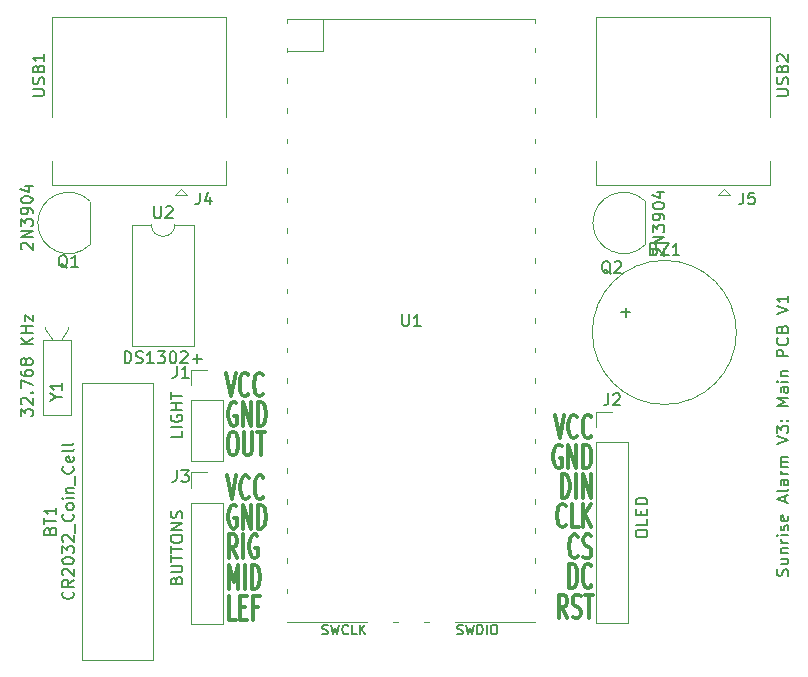
<source format=gbr>
G04 #@! TF.GenerationSoftware,KiCad,Pcbnew,7.0.7-2.fc38*
G04 #@! TF.CreationDate,2023-10-09T12:01:20+01:00*
G04 #@! TF.ProjectId,Main_PCB,4d61696e-5f50-4434-922e-6b696361645f,rev?*
G04 #@! TF.SameCoordinates,Original*
G04 #@! TF.FileFunction,Legend,Top*
G04 #@! TF.FilePolarity,Positive*
%FSLAX46Y46*%
G04 Gerber Fmt 4.6, Leading zero omitted, Abs format (unit mm)*
G04 Created by KiCad (PCBNEW 7.0.7-2.fc38) date 2023-10-09 12:01:20*
%MOMM*%
%LPD*%
G01*
G04 APERTURE LIST*
%ADD10C,0.300000*%
%ADD11C,0.150000*%
%ADD12C,0.120000*%
G04 APERTURE END LIST*
D10*
X128211653Y-85704876D02*
X128097368Y-85609638D01*
X128097368Y-85609638D02*
X127925939Y-85609638D01*
X127925939Y-85609638D02*
X127754510Y-85704876D01*
X127754510Y-85704876D02*
X127640225Y-85895352D01*
X127640225Y-85895352D02*
X127583082Y-86085828D01*
X127583082Y-86085828D02*
X127525939Y-86466780D01*
X127525939Y-86466780D02*
X127525939Y-86752495D01*
X127525939Y-86752495D02*
X127583082Y-87133447D01*
X127583082Y-87133447D02*
X127640225Y-87323923D01*
X127640225Y-87323923D02*
X127754510Y-87514400D01*
X127754510Y-87514400D02*
X127925939Y-87609638D01*
X127925939Y-87609638D02*
X128040225Y-87609638D01*
X128040225Y-87609638D02*
X128211653Y-87514400D01*
X128211653Y-87514400D02*
X128268796Y-87419161D01*
X128268796Y-87419161D02*
X128268796Y-86752495D01*
X128268796Y-86752495D02*
X128040225Y-86752495D01*
X128783082Y-87609638D02*
X128783082Y-85609638D01*
X128783082Y-85609638D02*
X129468796Y-87609638D01*
X129468796Y-87609638D02*
X129468796Y-85609638D01*
X130040225Y-87609638D02*
X130040225Y-85609638D01*
X130040225Y-85609638D02*
X130325939Y-85609638D01*
X130325939Y-85609638D02*
X130497368Y-85704876D01*
X130497368Y-85704876D02*
X130611653Y-85895352D01*
X130611653Y-85895352D02*
X130668796Y-86085828D01*
X130668796Y-86085828D02*
X130725939Y-86466780D01*
X130725939Y-86466780D02*
X130725939Y-86752495D01*
X130725939Y-86752495D02*
X130668796Y-87133447D01*
X130668796Y-87133447D02*
X130611653Y-87323923D01*
X130611653Y-87323923D02*
X130497368Y-87514400D01*
X130497368Y-87514400D02*
X130325939Y-87609638D01*
X130325939Y-87609638D02*
X130040225Y-87609638D01*
D11*
X174907200Y-91607143D02*
X174954819Y-91464286D01*
X174954819Y-91464286D02*
X174954819Y-91226191D01*
X174954819Y-91226191D02*
X174907200Y-91130953D01*
X174907200Y-91130953D02*
X174859580Y-91083334D01*
X174859580Y-91083334D02*
X174764342Y-91035715D01*
X174764342Y-91035715D02*
X174669104Y-91035715D01*
X174669104Y-91035715D02*
X174573866Y-91083334D01*
X174573866Y-91083334D02*
X174526247Y-91130953D01*
X174526247Y-91130953D02*
X174478628Y-91226191D01*
X174478628Y-91226191D02*
X174431009Y-91416667D01*
X174431009Y-91416667D02*
X174383390Y-91511905D01*
X174383390Y-91511905D02*
X174335771Y-91559524D01*
X174335771Y-91559524D02*
X174240533Y-91607143D01*
X174240533Y-91607143D02*
X174145295Y-91607143D01*
X174145295Y-91607143D02*
X174050057Y-91559524D01*
X174050057Y-91559524D02*
X174002438Y-91511905D01*
X174002438Y-91511905D02*
X173954819Y-91416667D01*
X173954819Y-91416667D02*
X173954819Y-91178572D01*
X173954819Y-91178572D02*
X174002438Y-91035715D01*
X174288152Y-90178572D02*
X174954819Y-90178572D01*
X174288152Y-90607143D02*
X174811961Y-90607143D01*
X174811961Y-90607143D02*
X174907200Y-90559524D01*
X174907200Y-90559524D02*
X174954819Y-90464286D01*
X174954819Y-90464286D02*
X174954819Y-90321429D01*
X174954819Y-90321429D02*
X174907200Y-90226191D01*
X174907200Y-90226191D02*
X174859580Y-90178572D01*
X174288152Y-89702381D02*
X174954819Y-89702381D01*
X174383390Y-89702381D02*
X174335771Y-89654762D01*
X174335771Y-89654762D02*
X174288152Y-89559524D01*
X174288152Y-89559524D02*
X174288152Y-89416667D01*
X174288152Y-89416667D02*
X174335771Y-89321429D01*
X174335771Y-89321429D02*
X174431009Y-89273810D01*
X174431009Y-89273810D02*
X174954819Y-89273810D01*
X174954819Y-88797619D02*
X174288152Y-88797619D01*
X174478628Y-88797619D02*
X174383390Y-88750000D01*
X174383390Y-88750000D02*
X174335771Y-88702381D01*
X174335771Y-88702381D02*
X174288152Y-88607143D01*
X174288152Y-88607143D02*
X174288152Y-88511905D01*
X174954819Y-88178571D02*
X174288152Y-88178571D01*
X173954819Y-88178571D02*
X174002438Y-88226190D01*
X174002438Y-88226190D02*
X174050057Y-88178571D01*
X174050057Y-88178571D02*
X174002438Y-88130952D01*
X174002438Y-88130952D02*
X173954819Y-88178571D01*
X173954819Y-88178571D02*
X174050057Y-88178571D01*
X174907200Y-87750000D02*
X174954819Y-87654762D01*
X174954819Y-87654762D02*
X174954819Y-87464286D01*
X174954819Y-87464286D02*
X174907200Y-87369048D01*
X174907200Y-87369048D02*
X174811961Y-87321429D01*
X174811961Y-87321429D02*
X174764342Y-87321429D01*
X174764342Y-87321429D02*
X174669104Y-87369048D01*
X174669104Y-87369048D02*
X174621485Y-87464286D01*
X174621485Y-87464286D02*
X174621485Y-87607143D01*
X174621485Y-87607143D02*
X174573866Y-87702381D01*
X174573866Y-87702381D02*
X174478628Y-87750000D01*
X174478628Y-87750000D02*
X174431009Y-87750000D01*
X174431009Y-87750000D02*
X174335771Y-87702381D01*
X174335771Y-87702381D02*
X174288152Y-87607143D01*
X174288152Y-87607143D02*
X174288152Y-87464286D01*
X174288152Y-87464286D02*
X174335771Y-87369048D01*
X174907200Y-86511905D02*
X174954819Y-86607143D01*
X174954819Y-86607143D02*
X174954819Y-86797619D01*
X174954819Y-86797619D02*
X174907200Y-86892857D01*
X174907200Y-86892857D02*
X174811961Y-86940476D01*
X174811961Y-86940476D02*
X174431009Y-86940476D01*
X174431009Y-86940476D02*
X174335771Y-86892857D01*
X174335771Y-86892857D02*
X174288152Y-86797619D01*
X174288152Y-86797619D02*
X174288152Y-86607143D01*
X174288152Y-86607143D02*
X174335771Y-86511905D01*
X174335771Y-86511905D02*
X174431009Y-86464286D01*
X174431009Y-86464286D02*
X174526247Y-86464286D01*
X174526247Y-86464286D02*
X174621485Y-86940476D01*
X174669104Y-85321428D02*
X174669104Y-84845238D01*
X174954819Y-85416666D02*
X173954819Y-85083333D01*
X173954819Y-85083333D02*
X174954819Y-84750000D01*
X174954819Y-84273809D02*
X174907200Y-84369047D01*
X174907200Y-84369047D02*
X174811961Y-84416666D01*
X174811961Y-84416666D02*
X173954819Y-84416666D01*
X174954819Y-83464285D02*
X174431009Y-83464285D01*
X174431009Y-83464285D02*
X174335771Y-83511904D01*
X174335771Y-83511904D02*
X174288152Y-83607142D01*
X174288152Y-83607142D02*
X174288152Y-83797618D01*
X174288152Y-83797618D02*
X174335771Y-83892856D01*
X174907200Y-83464285D02*
X174954819Y-83559523D01*
X174954819Y-83559523D02*
X174954819Y-83797618D01*
X174954819Y-83797618D02*
X174907200Y-83892856D01*
X174907200Y-83892856D02*
X174811961Y-83940475D01*
X174811961Y-83940475D02*
X174716723Y-83940475D01*
X174716723Y-83940475D02*
X174621485Y-83892856D01*
X174621485Y-83892856D02*
X174573866Y-83797618D01*
X174573866Y-83797618D02*
X174573866Y-83559523D01*
X174573866Y-83559523D02*
X174526247Y-83464285D01*
X174954819Y-82988094D02*
X174288152Y-82988094D01*
X174478628Y-82988094D02*
X174383390Y-82940475D01*
X174383390Y-82940475D02*
X174335771Y-82892856D01*
X174335771Y-82892856D02*
X174288152Y-82797618D01*
X174288152Y-82797618D02*
X174288152Y-82702380D01*
X174954819Y-82369046D02*
X174288152Y-82369046D01*
X174383390Y-82369046D02*
X174335771Y-82321427D01*
X174335771Y-82321427D02*
X174288152Y-82226189D01*
X174288152Y-82226189D02*
X174288152Y-82083332D01*
X174288152Y-82083332D02*
X174335771Y-81988094D01*
X174335771Y-81988094D02*
X174431009Y-81940475D01*
X174431009Y-81940475D02*
X174954819Y-81940475D01*
X174431009Y-81940475D02*
X174335771Y-81892856D01*
X174335771Y-81892856D02*
X174288152Y-81797618D01*
X174288152Y-81797618D02*
X174288152Y-81654761D01*
X174288152Y-81654761D02*
X174335771Y-81559522D01*
X174335771Y-81559522D02*
X174431009Y-81511903D01*
X174431009Y-81511903D02*
X174954819Y-81511903D01*
X173954819Y-80416665D02*
X174954819Y-80083332D01*
X174954819Y-80083332D02*
X173954819Y-79749999D01*
X173954819Y-79511903D02*
X173954819Y-78892856D01*
X173954819Y-78892856D02*
X174335771Y-79226189D01*
X174335771Y-79226189D02*
X174335771Y-79083332D01*
X174335771Y-79083332D02*
X174383390Y-78988094D01*
X174383390Y-78988094D02*
X174431009Y-78940475D01*
X174431009Y-78940475D02*
X174526247Y-78892856D01*
X174526247Y-78892856D02*
X174764342Y-78892856D01*
X174764342Y-78892856D02*
X174859580Y-78940475D01*
X174859580Y-78940475D02*
X174907200Y-78988094D01*
X174907200Y-78988094D02*
X174954819Y-79083332D01*
X174954819Y-79083332D02*
X174954819Y-79369046D01*
X174954819Y-79369046D02*
X174907200Y-79464284D01*
X174907200Y-79464284D02*
X174859580Y-79511903D01*
X174859580Y-78464284D02*
X174907200Y-78416665D01*
X174907200Y-78416665D02*
X174954819Y-78464284D01*
X174954819Y-78464284D02*
X174907200Y-78511903D01*
X174907200Y-78511903D02*
X174859580Y-78464284D01*
X174859580Y-78464284D02*
X174954819Y-78464284D01*
X174335771Y-78464284D02*
X174383390Y-78416665D01*
X174383390Y-78416665D02*
X174431009Y-78464284D01*
X174431009Y-78464284D02*
X174383390Y-78511903D01*
X174383390Y-78511903D02*
X174335771Y-78464284D01*
X174335771Y-78464284D02*
X174431009Y-78464284D01*
X174954819Y-77226189D02*
X173954819Y-77226189D01*
X173954819Y-77226189D02*
X174669104Y-76892856D01*
X174669104Y-76892856D02*
X173954819Y-76559523D01*
X173954819Y-76559523D02*
X174954819Y-76559523D01*
X174954819Y-75654761D02*
X174431009Y-75654761D01*
X174431009Y-75654761D02*
X174335771Y-75702380D01*
X174335771Y-75702380D02*
X174288152Y-75797618D01*
X174288152Y-75797618D02*
X174288152Y-75988094D01*
X174288152Y-75988094D02*
X174335771Y-76083332D01*
X174907200Y-75654761D02*
X174954819Y-75749999D01*
X174954819Y-75749999D02*
X174954819Y-75988094D01*
X174954819Y-75988094D02*
X174907200Y-76083332D01*
X174907200Y-76083332D02*
X174811961Y-76130951D01*
X174811961Y-76130951D02*
X174716723Y-76130951D01*
X174716723Y-76130951D02*
X174621485Y-76083332D01*
X174621485Y-76083332D02*
X174573866Y-75988094D01*
X174573866Y-75988094D02*
X174573866Y-75749999D01*
X174573866Y-75749999D02*
X174526247Y-75654761D01*
X174954819Y-75178570D02*
X174288152Y-75178570D01*
X173954819Y-75178570D02*
X174002438Y-75226189D01*
X174002438Y-75226189D02*
X174050057Y-75178570D01*
X174050057Y-75178570D02*
X174002438Y-75130951D01*
X174002438Y-75130951D02*
X173954819Y-75178570D01*
X173954819Y-75178570D02*
X174050057Y-75178570D01*
X174288152Y-74702380D02*
X174954819Y-74702380D01*
X174383390Y-74702380D02*
X174335771Y-74654761D01*
X174335771Y-74654761D02*
X174288152Y-74559523D01*
X174288152Y-74559523D02*
X174288152Y-74416666D01*
X174288152Y-74416666D02*
X174335771Y-74321428D01*
X174335771Y-74321428D02*
X174431009Y-74273809D01*
X174431009Y-74273809D02*
X174954819Y-74273809D01*
X174954819Y-73035713D02*
X173954819Y-73035713D01*
X173954819Y-73035713D02*
X173954819Y-72654761D01*
X173954819Y-72654761D02*
X174002438Y-72559523D01*
X174002438Y-72559523D02*
X174050057Y-72511904D01*
X174050057Y-72511904D02*
X174145295Y-72464285D01*
X174145295Y-72464285D02*
X174288152Y-72464285D01*
X174288152Y-72464285D02*
X174383390Y-72511904D01*
X174383390Y-72511904D02*
X174431009Y-72559523D01*
X174431009Y-72559523D02*
X174478628Y-72654761D01*
X174478628Y-72654761D02*
X174478628Y-73035713D01*
X174859580Y-71464285D02*
X174907200Y-71511904D01*
X174907200Y-71511904D02*
X174954819Y-71654761D01*
X174954819Y-71654761D02*
X174954819Y-71749999D01*
X174954819Y-71749999D02*
X174907200Y-71892856D01*
X174907200Y-71892856D02*
X174811961Y-71988094D01*
X174811961Y-71988094D02*
X174716723Y-72035713D01*
X174716723Y-72035713D02*
X174526247Y-72083332D01*
X174526247Y-72083332D02*
X174383390Y-72083332D01*
X174383390Y-72083332D02*
X174192914Y-72035713D01*
X174192914Y-72035713D02*
X174097676Y-71988094D01*
X174097676Y-71988094D02*
X174002438Y-71892856D01*
X174002438Y-71892856D02*
X173954819Y-71749999D01*
X173954819Y-71749999D02*
X173954819Y-71654761D01*
X173954819Y-71654761D02*
X174002438Y-71511904D01*
X174002438Y-71511904D02*
X174050057Y-71464285D01*
X174431009Y-70702380D02*
X174478628Y-70559523D01*
X174478628Y-70559523D02*
X174526247Y-70511904D01*
X174526247Y-70511904D02*
X174621485Y-70464285D01*
X174621485Y-70464285D02*
X174764342Y-70464285D01*
X174764342Y-70464285D02*
X174859580Y-70511904D01*
X174859580Y-70511904D02*
X174907200Y-70559523D01*
X174907200Y-70559523D02*
X174954819Y-70654761D01*
X174954819Y-70654761D02*
X174954819Y-71035713D01*
X174954819Y-71035713D02*
X173954819Y-71035713D01*
X173954819Y-71035713D02*
X173954819Y-70702380D01*
X173954819Y-70702380D02*
X174002438Y-70607142D01*
X174002438Y-70607142D02*
X174050057Y-70559523D01*
X174050057Y-70559523D02*
X174145295Y-70511904D01*
X174145295Y-70511904D02*
X174240533Y-70511904D01*
X174240533Y-70511904D02*
X174335771Y-70559523D01*
X174335771Y-70559523D02*
X174383390Y-70607142D01*
X174383390Y-70607142D02*
X174431009Y-70702380D01*
X174431009Y-70702380D02*
X174431009Y-71035713D01*
X173954819Y-69416665D02*
X174954819Y-69083332D01*
X174954819Y-69083332D02*
X173954819Y-68749999D01*
X174954819Y-67892856D02*
X174954819Y-68464284D01*
X174954819Y-68178570D02*
X173954819Y-68178570D01*
X173954819Y-68178570D02*
X174097676Y-68273808D01*
X174097676Y-68273808D02*
X174192914Y-68369046D01*
X174192914Y-68369046D02*
X174240533Y-68464284D01*
D10*
X127811653Y-79409638D02*
X128040225Y-79409638D01*
X128040225Y-79409638D02*
X128154510Y-79504876D01*
X128154510Y-79504876D02*
X128268796Y-79695352D01*
X128268796Y-79695352D02*
X128325939Y-80076304D01*
X128325939Y-80076304D02*
X128325939Y-80742971D01*
X128325939Y-80742971D02*
X128268796Y-81123923D01*
X128268796Y-81123923D02*
X128154510Y-81314400D01*
X128154510Y-81314400D02*
X128040225Y-81409638D01*
X128040225Y-81409638D02*
X127811653Y-81409638D01*
X127811653Y-81409638D02*
X127697368Y-81314400D01*
X127697368Y-81314400D02*
X127583082Y-81123923D01*
X127583082Y-81123923D02*
X127525939Y-80742971D01*
X127525939Y-80742971D02*
X127525939Y-80076304D01*
X127525939Y-80076304D02*
X127583082Y-79695352D01*
X127583082Y-79695352D02*
X127697368Y-79504876D01*
X127697368Y-79504876D02*
X127811653Y-79409638D01*
X128840225Y-79409638D02*
X128840225Y-81028685D01*
X128840225Y-81028685D02*
X128897368Y-81219161D01*
X128897368Y-81219161D02*
X128954511Y-81314400D01*
X128954511Y-81314400D02*
X129068796Y-81409638D01*
X129068796Y-81409638D02*
X129297368Y-81409638D01*
X129297368Y-81409638D02*
X129411653Y-81314400D01*
X129411653Y-81314400D02*
X129468796Y-81219161D01*
X129468796Y-81219161D02*
X129525939Y-81028685D01*
X129525939Y-81028685D02*
X129525939Y-79409638D01*
X129925939Y-79409638D02*
X130611654Y-79409638D01*
X130268796Y-81409638D02*
X130268796Y-79409638D01*
X128268796Y-90109638D02*
X127868796Y-89157257D01*
X127583082Y-90109638D02*
X127583082Y-88109638D01*
X127583082Y-88109638D02*
X128040225Y-88109638D01*
X128040225Y-88109638D02*
X128154510Y-88204876D01*
X128154510Y-88204876D02*
X128211653Y-88300114D01*
X128211653Y-88300114D02*
X128268796Y-88490590D01*
X128268796Y-88490590D02*
X128268796Y-88776304D01*
X128268796Y-88776304D02*
X128211653Y-88966780D01*
X128211653Y-88966780D02*
X128154510Y-89062019D01*
X128154510Y-89062019D02*
X128040225Y-89157257D01*
X128040225Y-89157257D02*
X127583082Y-89157257D01*
X128783082Y-90109638D02*
X128783082Y-88109638D01*
X129983082Y-88204876D02*
X129868797Y-88109638D01*
X129868797Y-88109638D02*
X129697368Y-88109638D01*
X129697368Y-88109638D02*
X129525939Y-88204876D01*
X129525939Y-88204876D02*
X129411654Y-88395352D01*
X129411654Y-88395352D02*
X129354511Y-88585828D01*
X129354511Y-88585828D02*
X129297368Y-88966780D01*
X129297368Y-88966780D02*
X129297368Y-89252495D01*
X129297368Y-89252495D02*
X129354511Y-89633447D01*
X129354511Y-89633447D02*
X129411654Y-89823923D01*
X129411654Y-89823923D02*
X129525939Y-90014400D01*
X129525939Y-90014400D02*
X129697368Y-90109638D01*
X129697368Y-90109638D02*
X129811654Y-90109638D01*
X129811654Y-90109638D02*
X129983082Y-90014400D01*
X129983082Y-90014400D02*
X130040225Y-89919161D01*
X130040225Y-89919161D02*
X130040225Y-89252495D01*
X130040225Y-89252495D02*
X129811654Y-89252495D01*
X156102631Y-87319161D02*
X156045488Y-87414400D01*
X156045488Y-87414400D02*
X155874060Y-87509638D01*
X155874060Y-87509638D02*
X155759774Y-87509638D01*
X155759774Y-87509638D02*
X155588345Y-87414400D01*
X155588345Y-87414400D02*
X155474060Y-87223923D01*
X155474060Y-87223923D02*
X155416917Y-87033447D01*
X155416917Y-87033447D02*
X155359774Y-86652495D01*
X155359774Y-86652495D02*
X155359774Y-86366780D01*
X155359774Y-86366780D02*
X155416917Y-85985828D01*
X155416917Y-85985828D02*
X155474060Y-85795352D01*
X155474060Y-85795352D02*
X155588345Y-85604876D01*
X155588345Y-85604876D02*
X155759774Y-85509638D01*
X155759774Y-85509638D02*
X155874060Y-85509638D01*
X155874060Y-85509638D02*
X156045488Y-85604876D01*
X156045488Y-85604876D02*
X156102631Y-85700114D01*
X157188345Y-87509638D02*
X156616917Y-87509638D01*
X156616917Y-87509638D02*
X156616917Y-85509638D01*
X157588346Y-87509638D02*
X157588346Y-85509638D01*
X158274060Y-87509638D02*
X157759774Y-86366780D01*
X158274060Y-85509638D02*
X157588346Y-86652495D01*
X156388346Y-92609638D02*
X156388346Y-90609638D01*
X156388346Y-90609638D02*
X156674060Y-90609638D01*
X156674060Y-90609638D02*
X156845489Y-90704876D01*
X156845489Y-90704876D02*
X156959774Y-90895352D01*
X156959774Y-90895352D02*
X157016917Y-91085828D01*
X157016917Y-91085828D02*
X157074060Y-91466780D01*
X157074060Y-91466780D02*
X157074060Y-91752495D01*
X157074060Y-91752495D02*
X157016917Y-92133447D01*
X157016917Y-92133447D02*
X156959774Y-92323923D01*
X156959774Y-92323923D02*
X156845489Y-92514400D01*
X156845489Y-92514400D02*
X156674060Y-92609638D01*
X156674060Y-92609638D02*
X156388346Y-92609638D01*
X158274060Y-92419161D02*
X158216917Y-92514400D01*
X158216917Y-92514400D02*
X158045489Y-92609638D01*
X158045489Y-92609638D02*
X157931203Y-92609638D01*
X157931203Y-92609638D02*
X157759774Y-92514400D01*
X157759774Y-92514400D02*
X157645489Y-92323923D01*
X157645489Y-92323923D02*
X157588346Y-92133447D01*
X157588346Y-92133447D02*
X157531203Y-91752495D01*
X157531203Y-91752495D02*
X157531203Y-91466780D01*
X157531203Y-91466780D02*
X157588346Y-91085828D01*
X157588346Y-91085828D02*
X157645489Y-90895352D01*
X157645489Y-90895352D02*
X157759774Y-90704876D01*
X157759774Y-90704876D02*
X157931203Y-90609638D01*
X157931203Y-90609638D02*
X158045489Y-90609638D01*
X158045489Y-90609638D02*
X158216917Y-90704876D01*
X158216917Y-90704876D02*
X158274060Y-90800114D01*
X156216917Y-95209638D02*
X155816917Y-94257257D01*
X155531203Y-95209638D02*
X155531203Y-93209638D01*
X155531203Y-93209638D02*
X155988346Y-93209638D01*
X155988346Y-93209638D02*
X156102631Y-93304876D01*
X156102631Y-93304876D02*
X156159774Y-93400114D01*
X156159774Y-93400114D02*
X156216917Y-93590590D01*
X156216917Y-93590590D02*
X156216917Y-93876304D01*
X156216917Y-93876304D02*
X156159774Y-94066780D01*
X156159774Y-94066780D02*
X156102631Y-94162019D01*
X156102631Y-94162019D02*
X155988346Y-94257257D01*
X155988346Y-94257257D02*
X155531203Y-94257257D01*
X156674060Y-95114400D02*
X156845489Y-95209638D01*
X156845489Y-95209638D02*
X157131203Y-95209638D01*
X157131203Y-95209638D02*
X157245489Y-95114400D01*
X157245489Y-95114400D02*
X157302631Y-95019161D01*
X157302631Y-95019161D02*
X157359774Y-94828685D01*
X157359774Y-94828685D02*
X157359774Y-94638209D01*
X157359774Y-94638209D02*
X157302631Y-94447733D01*
X157302631Y-94447733D02*
X157245489Y-94352495D01*
X157245489Y-94352495D02*
X157131203Y-94257257D01*
X157131203Y-94257257D02*
X156902631Y-94162019D01*
X156902631Y-94162019D02*
X156788346Y-94066780D01*
X156788346Y-94066780D02*
X156731203Y-93971542D01*
X156731203Y-93971542D02*
X156674060Y-93781066D01*
X156674060Y-93781066D02*
X156674060Y-93590590D01*
X156674060Y-93590590D02*
X156731203Y-93400114D01*
X156731203Y-93400114D02*
X156788346Y-93304876D01*
X156788346Y-93304876D02*
X156902631Y-93209638D01*
X156902631Y-93209638D02*
X157188346Y-93209638D01*
X157188346Y-93209638D02*
X157359774Y-93304876D01*
X157702631Y-93209638D02*
X158388346Y-93209638D01*
X158045488Y-95209638D02*
X158045488Y-93209638D01*
X128154510Y-95309638D02*
X127583082Y-95309638D01*
X127583082Y-95309638D02*
X127583082Y-93309638D01*
X128554511Y-94262019D02*
X128954511Y-94262019D01*
X129125939Y-95309638D02*
X128554511Y-95309638D01*
X128554511Y-95309638D02*
X128554511Y-93309638D01*
X128554511Y-93309638D02*
X129125939Y-93309638D01*
X130040225Y-94262019D02*
X129640225Y-94262019D01*
X129640225Y-95309638D02*
X129640225Y-93309638D01*
X129640225Y-93309638D02*
X130211653Y-93309638D01*
X157131203Y-89919161D02*
X157074060Y-90014400D01*
X157074060Y-90014400D02*
X156902632Y-90109638D01*
X156902632Y-90109638D02*
X156788346Y-90109638D01*
X156788346Y-90109638D02*
X156616917Y-90014400D01*
X156616917Y-90014400D02*
X156502632Y-89823923D01*
X156502632Y-89823923D02*
X156445489Y-89633447D01*
X156445489Y-89633447D02*
X156388346Y-89252495D01*
X156388346Y-89252495D02*
X156388346Y-88966780D01*
X156388346Y-88966780D02*
X156445489Y-88585828D01*
X156445489Y-88585828D02*
X156502632Y-88395352D01*
X156502632Y-88395352D02*
X156616917Y-88204876D01*
X156616917Y-88204876D02*
X156788346Y-88109638D01*
X156788346Y-88109638D02*
X156902632Y-88109638D01*
X156902632Y-88109638D02*
X157074060Y-88204876D01*
X157074060Y-88204876D02*
X157131203Y-88300114D01*
X157588346Y-90014400D02*
X157759775Y-90109638D01*
X157759775Y-90109638D02*
X158045489Y-90109638D01*
X158045489Y-90109638D02*
X158159775Y-90014400D01*
X158159775Y-90014400D02*
X158216917Y-89919161D01*
X158216917Y-89919161D02*
X158274060Y-89728685D01*
X158274060Y-89728685D02*
X158274060Y-89538209D01*
X158274060Y-89538209D02*
X158216917Y-89347733D01*
X158216917Y-89347733D02*
X158159775Y-89252495D01*
X158159775Y-89252495D02*
X158045489Y-89157257D01*
X158045489Y-89157257D02*
X157816917Y-89062019D01*
X157816917Y-89062019D02*
X157702632Y-88966780D01*
X157702632Y-88966780D02*
X157645489Y-88871542D01*
X157645489Y-88871542D02*
X157588346Y-88681066D01*
X157588346Y-88681066D02*
X157588346Y-88490590D01*
X157588346Y-88490590D02*
X157645489Y-88300114D01*
X157645489Y-88300114D02*
X157702632Y-88204876D01*
X157702632Y-88204876D02*
X157816917Y-88109638D01*
X157816917Y-88109638D02*
X158102632Y-88109638D01*
X158102632Y-88109638D02*
X158274060Y-88204876D01*
X128211653Y-77004876D02*
X128097368Y-76909638D01*
X128097368Y-76909638D02*
X127925939Y-76909638D01*
X127925939Y-76909638D02*
X127754510Y-77004876D01*
X127754510Y-77004876D02*
X127640225Y-77195352D01*
X127640225Y-77195352D02*
X127583082Y-77385828D01*
X127583082Y-77385828D02*
X127525939Y-77766780D01*
X127525939Y-77766780D02*
X127525939Y-78052495D01*
X127525939Y-78052495D02*
X127583082Y-78433447D01*
X127583082Y-78433447D02*
X127640225Y-78623923D01*
X127640225Y-78623923D02*
X127754510Y-78814400D01*
X127754510Y-78814400D02*
X127925939Y-78909638D01*
X127925939Y-78909638D02*
X128040225Y-78909638D01*
X128040225Y-78909638D02*
X128211653Y-78814400D01*
X128211653Y-78814400D02*
X128268796Y-78719161D01*
X128268796Y-78719161D02*
X128268796Y-78052495D01*
X128268796Y-78052495D02*
X128040225Y-78052495D01*
X128783082Y-78909638D02*
X128783082Y-76909638D01*
X128783082Y-76909638D02*
X129468796Y-78909638D01*
X129468796Y-78909638D02*
X129468796Y-76909638D01*
X130040225Y-78909638D02*
X130040225Y-76909638D01*
X130040225Y-76909638D02*
X130325939Y-76909638D01*
X130325939Y-76909638D02*
X130497368Y-77004876D01*
X130497368Y-77004876D02*
X130611653Y-77195352D01*
X130611653Y-77195352D02*
X130668796Y-77385828D01*
X130668796Y-77385828D02*
X130725939Y-77766780D01*
X130725939Y-77766780D02*
X130725939Y-78052495D01*
X130725939Y-78052495D02*
X130668796Y-78433447D01*
X130668796Y-78433447D02*
X130611653Y-78623923D01*
X130611653Y-78623923D02*
X130497368Y-78814400D01*
X130497368Y-78814400D02*
X130325939Y-78909638D01*
X130325939Y-78909638D02*
X130040225Y-78909638D01*
X155759774Y-85009638D02*
X155759774Y-83009638D01*
X155759774Y-83009638D02*
X156045488Y-83009638D01*
X156045488Y-83009638D02*
X156216917Y-83104876D01*
X156216917Y-83104876D02*
X156331202Y-83295352D01*
X156331202Y-83295352D02*
X156388345Y-83485828D01*
X156388345Y-83485828D02*
X156445488Y-83866780D01*
X156445488Y-83866780D02*
X156445488Y-84152495D01*
X156445488Y-84152495D02*
X156388345Y-84533447D01*
X156388345Y-84533447D02*
X156331202Y-84723923D01*
X156331202Y-84723923D02*
X156216917Y-84914400D01*
X156216917Y-84914400D02*
X156045488Y-85009638D01*
X156045488Y-85009638D02*
X155759774Y-85009638D01*
X156959774Y-85009638D02*
X156959774Y-83009638D01*
X157531203Y-85009638D02*
X157531203Y-83009638D01*
X157531203Y-83009638D02*
X158216917Y-85009638D01*
X158216917Y-85009638D02*
X158216917Y-83009638D01*
X127351653Y-74409638D02*
X127751653Y-76409638D01*
X127751653Y-76409638D02*
X128151653Y-74409638D01*
X129237367Y-76219161D02*
X129180224Y-76314400D01*
X129180224Y-76314400D02*
X129008796Y-76409638D01*
X129008796Y-76409638D02*
X128894510Y-76409638D01*
X128894510Y-76409638D02*
X128723081Y-76314400D01*
X128723081Y-76314400D02*
X128608796Y-76123923D01*
X128608796Y-76123923D02*
X128551653Y-75933447D01*
X128551653Y-75933447D02*
X128494510Y-75552495D01*
X128494510Y-75552495D02*
X128494510Y-75266780D01*
X128494510Y-75266780D02*
X128551653Y-74885828D01*
X128551653Y-74885828D02*
X128608796Y-74695352D01*
X128608796Y-74695352D02*
X128723081Y-74504876D01*
X128723081Y-74504876D02*
X128894510Y-74409638D01*
X128894510Y-74409638D02*
X129008796Y-74409638D01*
X129008796Y-74409638D02*
X129180224Y-74504876D01*
X129180224Y-74504876D02*
X129237367Y-74600114D01*
X130437367Y-76219161D02*
X130380224Y-76314400D01*
X130380224Y-76314400D02*
X130208796Y-76409638D01*
X130208796Y-76409638D02*
X130094510Y-76409638D01*
X130094510Y-76409638D02*
X129923081Y-76314400D01*
X129923081Y-76314400D02*
X129808796Y-76123923D01*
X129808796Y-76123923D02*
X129751653Y-75933447D01*
X129751653Y-75933447D02*
X129694510Y-75552495D01*
X129694510Y-75552495D02*
X129694510Y-75266780D01*
X129694510Y-75266780D02*
X129751653Y-74885828D01*
X129751653Y-74885828D02*
X129808796Y-74695352D01*
X129808796Y-74695352D02*
X129923081Y-74504876D01*
X129923081Y-74504876D02*
X130094510Y-74409638D01*
X130094510Y-74409638D02*
X130208796Y-74409638D01*
X130208796Y-74409638D02*
X130380224Y-74504876D01*
X130380224Y-74504876D02*
X130437367Y-74600114D01*
X155749774Y-80604876D02*
X155635489Y-80509638D01*
X155635489Y-80509638D02*
X155464060Y-80509638D01*
X155464060Y-80509638D02*
X155292631Y-80604876D01*
X155292631Y-80604876D02*
X155178346Y-80795352D01*
X155178346Y-80795352D02*
X155121203Y-80985828D01*
X155121203Y-80985828D02*
X155064060Y-81366780D01*
X155064060Y-81366780D02*
X155064060Y-81652495D01*
X155064060Y-81652495D02*
X155121203Y-82033447D01*
X155121203Y-82033447D02*
X155178346Y-82223923D01*
X155178346Y-82223923D02*
X155292631Y-82414400D01*
X155292631Y-82414400D02*
X155464060Y-82509638D01*
X155464060Y-82509638D02*
X155578346Y-82509638D01*
X155578346Y-82509638D02*
X155749774Y-82414400D01*
X155749774Y-82414400D02*
X155806917Y-82319161D01*
X155806917Y-82319161D02*
X155806917Y-81652495D01*
X155806917Y-81652495D02*
X155578346Y-81652495D01*
X156321203Y-82509638D02*
X156321203Y-80509638D01*
X156321203Y-80509638D02*
X157006917Y-82509638D01*
X157006917Y-82509638D02*
X157006917Y-80509638D01*
X157578346Y-82509638D02*
X157578346Y-80509638D01*
X157578346Y-80509638D02*
X157864060Y-80509638D01*
X157864060Y-80509638D02*
X158035489Y-80604876D01*
X158035489Y-80604876D02*
X158149774Y-80795352D01*
X158149774Y-80795352D02*
X158206917Y-80985828D01*
X158206917Y-80985828D02*
X158264060Y-81366780D01*
X158264060Y-81366780D02*
X158264060Y-81652495D01*
X158264060Y-81652495D02*
X158206917Y-82033447D01*
X158206917Y-82033447D02*
X158149774Y-82223923D01*
X158149774Y-82223923D02*
X158035489Y-82414400D01*
X158035489Y-82414400D02*
X157864060Y-82509638D01*
X157864060Y-82509638D02*
X157578346Y-82509638D01*
X127411653Y-83109638D02*
X127811653Y-85109638D01*
X127811653Y-85109638D02*
X128211653Y-83109638D01*
X129297367Y-84919161D02*
X129240224Y-85014400D01*
X129240224Y-85014400D02*
X129068796Y-85109638D01*
X129068796Y-85109638D02*
X128954510Y-85109638D01*
X128954510Y-85109638D02*
X128783081Y-85014400D01*
X128783081Y-85014400D02*
X128668796Y-84823923D01*
X128668796Y-84823923D02*
X128611653Y-84633447D01*
X128611653Y-84633447D02*
X128554510Y-84252495D01*
X128554510Y-84252495D02*
X128554510Y-83966780D01*
X128554510Y-83966780D02*
X128611653Y-83585828D01*
X128611653Y-83585828D02*
X128668796Y-83395352D01*
X128668796Y-83395352D02*
X128783081Y-83204876D01*
X128783081Y-83204876D02*
X128954510Y-83109638D01*
X128954510Y-83109638D02*
X129068796Y-83109638D01*
X129068796Y-83109638D02*
X129240224Y-83204876D01*
X129240224Y-83204876D02*
X129297367Y-83300114D01*
X130497367Y-84919161D02*
X130440224Y-85014400D01*
X130440224Y-85014400D02*
X130268796Y-85109638D01*
X130268796Y-85109638D02*
X130154510Y-85109638D01*
X130154510Y-85109638D02*
X129983081Y-85014400D01*
X129983081Y-85014400D02*
X129868796Y-84823923D01*
X129868796Y-84823923D02*
X129811653Y-84633447D01*
X129811653Y-84633447D02*
X129754510Y-84252495D01*
X129754510Y-84252495D02*
X129754510Y-83966780D01*
X129754510Y-83966780D02*
X129811653Y-83585828D01*
X129811653Y-83585828D02*
X129868796Y-83395352D01*
X129868796Y-83395352D02*
X129983081Y-83204876D01*
X129983081Y-83204876D02*
X130154510Y-83109638D01*
X130154510Y-83109638D02*
X130268796Y-83109638D01*
X130268796Y-83109638D02*
X130440224Y-83204876D01*
X130440224Y-83204876D02*
X130497367Y-83300114D01*
X127583082Y-92709638D02*
X127583082Y-90709638D01*
X127583082Y-90709638D02*
X127983082Y-92138209D01*
X127983082Y-92138209D02*
X128383082Y-90709638D01*
X128383082Y-90709638D02*
X128383082Y-92709638D01*
X128954511Y-92709638D02*
X128954511Y-90709638D01*
X129525940Y-92709638D02*
X129525940Y-90709638D01*
X129525940Y-90709638D02*
X129811654Y-90709638D01*
X129811654Y-90709638D02*
X129983083Y-90804876D01*
X129983083Y-90804876D02*
X130097368Y-90995352D01*
X130097368Y-90995352D02*
X130154511Y-91185828D01*
X130154511Y-91185828D02*
X130211654Y-91566780D01*
X130211654Y-91566780D02*
X130211654Y-91852495D01*
X130211654Y-91852495D02*
X130154511Y-92233447D01*
X130154511Y-92233447D02*
X130097368Y-92423923D01*
X130097368Y-92423923D02*
X129983083Y-92614400D01*
X129983083Y-92614400D02*
X129811654Y-92709638D01*
X129811654Y-92709638D02*
X129525940Y-92709638D01*
X155178346Y-77957138D02*
X155578346Y-79957138D01*
X155578346Y-79957138D02*
X155978346Y-77957138D01*
X157064060Y-79766661D02*
X157006917Y-79861900D01*
X157006917Y-79861900D02*
X156835489Y-79957138D01*
X156835489Y-79957138D02*
X156721203Y-79957138D01*
X156721203Y-79957138D02*
X156549774Y-79861900D01*
X156549774Y-79861900D02*
X156435489Y-79671423D01*
X156435489Y-79671423D02*
X156378346Y-79480947D01*
X156378346Y-79480947D02*
X156321203Y-79099995D01*
X156321203Y-79099995D02*
X156321203Y-78814280D01*
X156321203Y-78814280D02*
X156378346Y-78433328D01*
X156378346Y-78433328D02*
X156435489Y-78242852D01*
X156435489Y-78242852D02*
X156549774Y-78052376D01*
X156549774Y-78052376D02*
X156721203Y-77957138D01*
X156721203Y-77957138D02*
X156835489Y-77957138D01*
X156835489Y-77957138D02*
X157006917Y-78052376D01*
X157006917Y-78052376D02*
X157064060Y-78147614D01*
X158264060Y-79766661D02*
X158206917Y-79861900D01*
X158206917Y-79861900D02*
X158035489Y-79957138D01*
X158035489Y-79957138D02*
X157921203Y-79957138D01*
X157921203Y-79957138D02*
X157749774Y-79861900D01*
X157749774Y-79861900D02*
X157635489Y-79671423D01*
X157635489Y-79671423D02*
X157578346Y-79480947D01*
X157578346Y-79480947D02*
X157521203Y-79099995D01*
X157521203Y-79099995D02*
X157521203Y-78814280D01*
X157521203Y-78814280D02*
X157578346Y-78433328D01*
X157578346Y-78433328D02*
X157635489Y-78242852D01*
X157635489Y-78242852D02*
X157749774Y-78052376D01*
X157749774Y-78052376D02*
X157921203Y-77957138D01*
X157921203Y-77957138D02*
X158035489Y-77957138D01*
X158035489Y-77957138D02*
X158206917Y-78052376D01*
X158206917Y-78052376D02*
X158264060Y-78147614D01*
D11*
X125116666Y-59167319D02*
X125116666Y-59881604D01*
X125116666Y-59881604D02*
X125069047Y-60024461D01*
X125069047Y-60024461D02*
X124973809Y-60119700D01*
X124973809Y-60119700D02*
X124830952Y-60167319D01*
X124830952Y-60167319D02*
X124735714Y-60167319D01*
X126021428Y-59500652D02*
X126021428Y-60167319D01*
X125783333Y-59119700D02*
X125545238Y-59833985D01*
X125545238Y-59833985D02*
X126164285Y-59833985D01*
X110954819Y-50988094D02*
X111764342Y-50988094D01*
X111764342Y-50988094D02*
X111859580Y-50940475D01*
X111859580Y-50940475D02*
X111907200Y-50892856D01*
X111907200Y-50892856D02*
X111954819Y-50797618D01*
X111954819Y-50797618D02*
X111954819Y-50607142D01*
X111954819Y-50607142D02*
X111907200Y-50511904D01*
X111907200Y-50511904D02*
X111859580Y-50464285D01*
X111859580Y-50464285D02*
X111764342Y-50416666D01*
X111764342Y-50416666D02*
X110954819Y-50416666D01*
X111907200Y-49988094D02*
X111954819Y-49845237D01*
X111954819Y-49845237D02*
X111954819Y-49607142D01*
X111954819Y-49607142D02*
X111907200Y-49511904D01*
X111907200Y-49511904D02*
X111859580Y-49464285D01*
X111859580Y-49464285D02*
X111764342Y-49416666D01*
X111764342Y-49416666D02*
X111669104Y-49416666D01*
X111669104Y-49416666D02*
X111573866Y-49464285D01*
X111573866Y-49464285D02*
X111526247Y-49511904D01*
X111526247Y-49511904D02*
X111478628Y-49607142D01*
X111478628Y-49607142D02*
X111431009Y-49797618D01*
X111431009Y-49797618D02*
X111383390Y-49892856D01*
X111383390Y-49892856D02*
X111335771Y-49940475D01*
X111335771Y-49940475D02*
X111240533Y-49988094D01*
X111240533Y-49988094D02*
X111145295Y-49988094D01*
X111145295Y-49988094D02*
X111050057Y-49940475D01*
X111050057Y-49940475D02*
X111002438Y-49892856D01*
X111002438Y-49892856D02*
X110954819Y-49797618D01*
X110954819Y-49797618D02*
X110954819Y-49559523D01*
X110954819Y-49559523D02*
X111002438Y-49416666D01*
X111431009Y-48654761D02*
X111478628Y-48511904D01*
X111478628Y-48511904D02*
X111526247Y-48464285D01*
X111526247Y-48464285D02*
X111621485Y-48416666D01*
X111621485Y-48416666D02*
X111764342Y-48416666D01*
X111764342Y-48416666D02*
X111859580Y-48464285D01*
X111859580Y-48464285D02*
X111907200Y-48511904D01*
X111907200Y-48511904D02*
X111954819Y-48607142D01*
X111954819Y-48607142D02*
X111954819Y-48988094D01*
X111954819Y-48988094D02*
X110954819Y-48988094D01*
X110954819Y-48988094D02*
X110954819Y-48654761D01*
X110954819Y-48654761D02*
X111002438Y-48559523D01*
X111002438Y-48559523D02*
X111050057Y-48511904D01*
X111050057Y-48511904D02*
X111145295Y-48464285D01*
X111145295Y-48464285D02*
X111240533Y-48464285D01*
X111240533Y-48464285D02*
X111335771Y-48511904D01*
X111335771Y-48511904D02*
X111383390Y-48559523D01*
X111383390Y-48559523D02*
X111431009Y-48654761D01*
X111431009Y-48654761D02*
X111431009Y-48988094D01*
X111954819Y-47464285D02*
X111954819Y-48035713D01*
X111954819Y-47749999D02*
X110954819Y-47749999D01*
X110954819Y-47749999D02*
X111097676Y-47845237D01*
X111097676Y-47845237D02*
X111192914Y-47940475D01*
X111192914Y-47940475D02*
X111240533Y-48035713D01*
X112978628Y-76476190D02*
X113454819Y-76476190D01*
X112454819Y-76809523D02*
X112978628Y-76476190D01*
X112978628Y-76476190D02*
X112454819Y-76142857D01*
X113454819Y-75285714D02*
X113454819Y-75857142D01*
X113454819Y-75571428D02*
X112454819Y-75571428D01*
X112454819Y-75571428D02*
X112597676Y-75666666D01*
X112597676Y-75666666D02*
X112692914Y-75761904D01*
X112692914Y-75761904D02*
X112740533Y-75857142D01*
X109954819Y-78103455D02*
X109954819Y-77484408D01*
X109954819Y-77484408D02*
X110335771Y-77817741D01*
X110335771Y-77817741D02*
X110335771Y-77674884D01*
X110335771Y-77674884D02*
X110383390Y-77579646D01*
X110383390Y-77579646D02*
X110431009Y-77532027D01*
X110431009Y-77532027D02*
X110526247Y-77484408D01*
X110526247Y-77484408D02*
X110764342Y-77484408D01*
X110764342Y-77484408D02*
X110859580Y-77532027D01*
X110859580Y-77532027D02*
X110907200Y-77579646D01*
X110907200Y-77579646D02*
X110954819Y-77674884D01*
X110954819Y-77674884D02*
X110954819Y-77960598D01*
X110954819Y-77960598D02*
X110907200Y-78055836D01*
X110907200Y-78055836D02*
X110859580Y-78103455D01*
X110050057Y-77103455D02*
X110002438Y-77055836D01*
X110002438Y-77055836D02*
X109954819Y-76960598D01*
X109954819Y-76960598D02*
X109954819Y-76722503D01*
X109954819Y-76722503D02*
X110002438Y-76627265D01*
X110002438Y-76627265D02*
X110050057Y-76579646D01*
X110050057Y-76579646D02*
X110145295Y-76532027D01*
X110145295Y-76532027D02*
X110240533Y-76532027D01*
X110240533Y-76532027D02*
X110383390Y-76579646D01*
X110383390Y-76579646D02*
X110954819Y-77151074D01*
X110954819Y-77151074D02*
X110954819Y-76532027D01*
X110859580Y-76103455D02*
X110907200Y-76055836D01*
X110907200Y-76055836D02*
X110954819Y-76103455D01*
X110954819Y-76103455D02*
X110907200Y-76151074D01*
X110907200Y-76151074D02*
X110859580Y-76103455D01*
X110859580Y-76103455D02*
X110954819Y-76103455D01*
X109954819Y-75722503D02*
X109954819Y-75055837D01*
X109954819Y-75055837D02*
X110954819Y-75484408D01*
X109954819Y-74246313D02*
X109954819Y-74436789D01*
X109954819Y-74436789D02*
X110002438Y-74532027D01*
X110002438Y-74532027D02*
X110050057Y-74579646D01*
X110050057Y-74579646D02*
X110192914Y-74674884D01*
X110192914Y-74674884D02*
X110383390Y-74722503D01*
X110383390Y-74722503D02*
X110764342Y-74722503D01*
X110764342Y-74722503D02*
X110859580Y-74674884D01*
X110859580Y-74674884D02*
X110907200Y-74627265D01*
X110907200Y-74627265D02*
X110954819Y-74532027D01*
X110954819Y-74532027D02*
X110954819Y-74341551D01*
X110954819Y-74341551D02*
X110907200Y-74246313D01*
X110907200Y-74246313D02*
X110859580Y-74198694D01*
X110859580Y-74198694D02*
X110764342Y-74151075D01*
X110764342Y-74151075D02*
X110526247Y-74151075D01*
X110526247Y-74151075D02*
X110431009Y-74198694D01*
X110431009Y-74198694D02*
X110383390Y-74246313D01*
X110383390Y-74246313D02*
X110335771Y-74341551D01*
X110335771Y-74341551D02*
X110335771Y-74532027D01*
X110335771Y-74532027D02*
X110383390Y-74627265D01*
X110383390Y-74627265D02*
X110431009Y-74674884D01*
X110431009Y-74674884D02*
X110526247Y-74722503D01*
X110383390Y-73579646D02*
X110335771Y-73674884D01*
X110335771Y-73674884D02*
X110288152Y-73722503D01*
X110288152Y-73722503D02*
X110192914Y-73770122D01*
X110192914Y-73770122D02*
X110145295Y-73770122D01*
X110145295Y-73770122D02*
X110050057Y-73722503D01*
X110050057Y-73722503D02*
X110002438Y-73674884D01*
X110002438Y-73674884D02*
X109954819Y-73579646D01*
X109954819Y-73579646D02*
X109954819Y-73389170D01*
X109954819Y-73389170D02*
X110002438Y-73293932D01*
X110002438Y-73293932D02*
X110050057Y-73246313D01*
X110050057Y-73246313D02*
X110145295Y-73198694D01*
X110145295Y-73198694D02*
X110192914Y-73198694D01*
X110192914Y-73198694D02*
X110288152Y-73246313D01*
X110288152Y-73246313D02*
X110335771Y-73293932D01*
X110335771Y-73293932D02*
X110383390Y-73389170D01*
X110383390Y-73389170D02*
X110383390Y-73579646D01*
X110383390Y-73579646D02*
X110431009Y-73674884D01*
X110431009Y-73674884D02*
X110478628Y-73722503D01*
X110478628Y-73722503D02*
X110573866Y-73770122D01*
X110573866Y-73770122D02*
X110764342Y-73770122D01*
X110764342Y-73770122D02*
X110859580Y-73722503D01*
X110859580Y-73722503D02*
X110907200Y-73674884D01*
X110907200Y-73674884D02*
X110954819Y-73579646D01*
X110954819Y-73579646D02*
X110954819Y-73389170D01*
X110954819Y-73389170D02*
X110907200Y-73293932D01*
X110907200Y-73293932D02*
X110859580Y-73246313D01*
X110859580Y-73246313D02*
X110764342Y-73198694D01*
X110764342Y-73198694D02*
X110573866Y-73198694D01*
X110573866Y-73198694D02*
X110478628Y-73246313D01*
X110478628Y-73246313D02*
X110431009Y-73293932D01*
X110431009Y-73293932D02*
X110383390Y-73389170D01*
X110954819Y-72008217D02*
X109954819Y-72008217D01*
X110954819Y-71436789D02*
X110383390Y-71865360D01*
X109954819Y-71436789D02*
X110526247Y-72008217D01*
X110954819Y-71008217D02*
X109954819Y-71008217D01*
X110431009Y-71008217D02*
X110431009Y-70436789D01*
X110954819Y-70436789D02*
X109954819Y-70436789D01*
X110288152Y-70055836D02*
X110288152Y-69532027D01*
X110288152Y-69532027D02*
X110954819Y-70055836D01*
X110954819Y-70055836D02*
X110954819Y-69532027D01*
X163569047Y-63931009D02*
X163711904Y-63978628D01*
X163711904Y-63978628D02*
X163759523Y-64026247D01*
X163759523Y-64026247D02*
X163807142Y-64121485D01*
X163807142Y-64121485D02*
X163807142Y-64264342D01*
X163807142Y-64264342D02*
X163759523Y-64359580D01*
X163759523Y-64359580D02*
X163711904Y-64407200D01*
X163711904Y-64407200D02*
X163616666Y-64454819D01*
X163616666Y-64454819D02*
X163235714Y-64454819D01*
X163235714Y-64454819D02*
X163235714Y-63454819D01*
X163235714Y-63454819D02*
X163569047Y-63454819D01*
X163569047Y-63454819D02*
X163664285Y-63502438D01*
X163664285Y-63502438D02*
X163711904Y-63550057D01*
X163711904Y-63550057D02*
X163759523Y-63645295D01*
X163759523Y-63645295D02*
X163759523Y-63740533D01*
X163759523Y-63740533D02*
X163711904Y-63835771D01*
X163711904Y-63835771D02*
X163664285Y-63883390D01*
X163664285Y-63883390D02*
X163569047Y-63931009D01*
X163569047Y-63931009D02*
X163235714Y-63931009D01*
X164140476Y-63454819D02*
X164807142Y-63454819D01*
X164807142Y-63454819D02*
X164140476Y-64454819D01*
X164140476Y-64454819D02*
X164807142Y-64454819D01*
X165711904Y-64454819D02*
X165140476Y-64454819D01*
X165426190Y-64454819D02*
X165426190Y-63454819D01*
X165426190Y-63454819D02*
X165330952Y-63597676D01*
X165330952Y-63597676D02*
X165235714Y-63692914D01*
X165235714Y-63692914D02*
X165140476Y-63740533D01*
X160819048Y-69273866D02*
X161580953Y-69273866D01*
X161200000Y-69654819D02*
X161200000Y-68892914D01*
X121248095Y-60324819D02*
X121248095Y-61134342D01*
X121248095Y-61134342D02*
X121295714Y-61229580D01*
X121295714Y-61229580D02*
X121343333Y-61277200D01*
X121343333Y-61277200D02*
X121438571Y-61324819D01*
X121438571Y-61324819D02*
X121629047Y-61324819D01*
X121629047Y-61324819D02*
X121724285Y-61277200D01*
X121724285Y-61277200D02*
X121771904Y-61229580D01*
X121771904Y-61229580D02*
X121819523Y-61134342D01*
X121819523Y-61134342D02*
X121819523Y-60324819D01*
X122248095Y-60420057D02*
X122295714Y-60372438D01*
X122295714Y-60372438D02*
X122390952Y-60324819D01*
X122390952Y-60324819D02*
X122629047Y-60324819D01*
X122629047Y-60324819D02*
X122724285Y-60372438D01*
X122724285Y-60372438D02*
X122771904Y-60420057D01*
X122771904Y-60420057D02*
X122819523Y-60515295D01*
X122819523Y-60515295D02*
X122819523Y-60610533D01*
X122819523Y-60610533D02*
X122771904Y-60753390D01*
X122771904Y-60753390D02*
X122200476Y-61324819D01*
X122200476Y-61324819D02*
X122819523Y-61324819D01*
X118748095Y-73604819D02*
X118748095Y-72604819D01*
X118748095Y-72604819D02*
X118986190Y-72604819D01*
X118986190Y-72604819D02*
X119129047Y-72652438D01*
X119129047Y-72652438D02*
X119224285Y-72747676D01*
X119224285Y-72747676D02*
X119271904Y-72842914D01*
X119271904Y-72842914D02*
X119319523Y-73033390D01*
X119319523Y-73033390D02*
X119319523Y-73176247D01*
X119319523Y-73176247D02*
X119271904Y-73366723D01*
X119271904Y-73366723D02*
X119224285Y-73461961D01*
X119224285Y-73461961D02*
X119129047Y-73557200D01*
X119129047Y-73557200D02*
X118986190Y-73604819D01*
X118986190Y-73604819D02*
X118748095Y-73604819D01*
X119700476Y-73557200D02*
X119843333Y-73604819D01*
X119843333Y-73604819D02*
X120081428Y-73604819D01*
X120081428Y-73604819D02*
X120176666Y-73557200D01*
X120176666Y-73557200D02*
X120224285Y-73509580D01*
X120224285Y-73509580D02*
X120271904Y-73414342D01*
X120271904Y-73414342D02*
X120271904Y-73319104D01*
X120271904Y-73319104D02*
X120224285Y-73223866D01*
X120224285Y-73223866D02*
X120176666Y-73176247D01*
X120176666Y-73176247D02*
X120081428Y-73128628D01*
X120081428Y-73128628D02*
X119890952Y-73081009D01*
X119890952Y-73081009D02*
X119795714Y-73033390D01*
X119795714Y-73033390D02*
X119748095Y-72985771D01*
X119748095Y-72985771D02*
X119700476Y-72890533D01*
X119700476Y-72890533D02*
X119700476Y-72795295D01*
X119700476Y-72795295D02*
X119748095Y-72700057D01*
X119748095Y-72700057D02*
X119795714Y-72652438D01*
X119795714Y-72652438D02*
X119890952Y-72604819D01*
X119890952Y-72604819D02*
X120129047Y-72604819D01*
X120129047Y-72604819D02*
X120271904Y-72652438D01*
X121224285Y-73604819D02*
X120652857Y-73604819D01*
X120938571Y-73604819D02*
X120938571Y-72604819D01*
X120938571Y-72604819D02*
X120843333Y-72747676D01*
X120843333Y-72747676D02*
X120748095Y-72842914D01*
X120748095Y-72842914D02*
X120652857Y-72890533D01*
X121557619Y-72604819D02*
X122176666Y-72604819D01*
X122176666Y-72604819D02*
X121843333Y-72985771D01*
X121843333Y-72985771D02*
X121986190Y-72985771D01*
X121986190Y-72985771D02*
X122081428Y-73033390D01*
X122081428Y-73033390D02*
X122129047Y-73081009D01*
X122129047Y-73081009D02*
X122176666Y-73176247D01*
X122176666Y-73176247D02*
X122176666Y-73414342D01*
X122176666Y-73414342D02*
X122129047Y-73509580D01*
X122129047Y-73509580D02*
X122081428Y-73557200D01*
X122081428Y-73557200D02*
X121986190Y-73604819D01*
X121986190Y-73604819D02*
X121700476Y-73604819D01*
X121700476Y-73604819D02*
X121605238Y-73557200D01*
X121605238Y-73557200D02*
X121557619Y-73509580D01*
X122795714Y-72604819D02*
X122890952Y-72604819D01*
X122890952Y-72604819D02*
X122986190Y-72652438D01*
X122986190Y-72652438D02*
X123033809Y-72700057D01*
X123033809Y-72700057D02*
X123081428Y-72795295D01*
X123081428Y-72795295D02*
X123129047Y-72985771D01*
X123129047Y-72985771D02*
X123129047Y-73223866D01*
X123129047Y-73223866D02*
X123081428Y-73414342D01*
X123081428Y-73414342D02*
X123033809Y-73509580D01*
X123033809Y-73509580D02*
X122986190Y-73557200D01*
X122986190Y-73557200D02*
X122890952Y-73604819D01*
X122890952Y-73604819D02*
X122795714Y-73604819D01*
X122795714Y-73604819D02*
X122700476Y-73557200D01*
X122700476Y-73557200D02*
X122652857Y-73509580D01*
X122652857Y-73509580D02*
X122605238Y-73414342D01*
X122605238Y-73414342D02*
X122557619Y-73223866D01*
X122557619Y-73223866D02*
X122557619Y-72985771D01*
X122557619Y-72985771D02*
X122605238Y-72795295D01*
X122605238Y-72795295D02*
X122652857Y-72700057D01*
X122652857Y-72700057D02*
X122700476Y-72652438D01*
X122700476Y-72652438D02*
X122795714Y-72604819D01*
X123510000Y-72700057D02*
X123557619Y-72652438D01*
X123557619Y-72652438D02*
X123652857Y-72604819D01*
X123652857Y-72604819D02*
X123890952Y-72604819D01*
X123890952Y-72604819D02*
X123986190Y-72652438D01*
X123986190Y-72652438D02*
X124033809Y-72700057D01*
X124033809Y-72700057D02*
X124081428Y-72795295D01*
X124081428Y-72795295D02*
X124081428Y-72890533D01*
X124081428Y-72890533D02*
X124033809Y-73033390D01*
X124033809Y-73033390D02*
X123462381Y-73604819D01*
X123462381Y-73604819D02*
X124081428Y-73604819D01*
X124510000Y-73223866D02*
X125271905Y-73223866D01*
X124890952Y-73604819D02*
X124890952Y-72842914D01*
X123166666Y-82654819D02*
X123166666Y-83369104D01*
X123166666Y-83369104D02*
X123119047Y-83511961D01*
X123119047Y-83511961D02*
X123023809Y-83607200D01*
X123023809Y-83607200D02*
X122880952Y-83654819D01*
X122880952Y-83654819D02*
X122785714Y-83654819D01*
X123547619Y-82654819D02*
X124166666Y-82654819D01*
X124166666Y-82654819D02*
X123833333Y-83035771D01*
X123833333Y-83035771D02*
X123976190Y-83035771D01*
X123976190Y-83035771D02*
X124071428Y-83083390D01*
X124071428Y-83083390D02*
X124119047Y-83131009D01*
X124119047Y-83131009D02*
X124166666Y-83226247D01*
X124166666Y-83226247D02*
X124166666Y-83464342D01*
X124166666Y-83464342D02*
X124119047Y-83559580D01*
X124119047Y-83559580D02*
X124071428Y-83607200D01*
X124071428Y-83607200D02*
X123976190Y-83654819D01*
X123976190Y-83654819D02*
X123690476Y-83654819D01*
X123690476Y-83654819D02*
X123595238Y-83607200D01*
X123595238Y-83607200D02*
X123547619Y-83559580D01*
X123121009Y-91988095D02*
X123168628Y-91845238D01*
X123168628Y-91845238D02*
X123216247Y-91797619D01*
X123216247Y-91797619D02*
X123311485Y-91750000D01*
X123311485Y-91750000D02*
X123454342Y-91750000D01*
X123454342Y-91750000D02*
X123549580Y-91797619D01*
X123549580Y-91797619D02*
X123597200Y-91845238D01*
X123597200Y-91845238D02*
X123644819Y-91940476D01*
X123644819Y-91940476D02*
X123644819Y-92321428D01*
X123644819Y-92321428D02*
X122644819Y-92321428D01*
X122644819Y-92321428D02*
X122644819Y-91988095D01*
X122644819Y-91988095D02*
X122692438Y-91892857D01*
X122692438Y-91892857D02*
X122740057Y-91845238D01*
X122740057Y-91845238D02*
X122835295Y-91797619D01*
X122835295Y-91797619D02*
X122930533Y-91797619D01*
X122930533Y-91797619D02*
X123025771Y-91845238D01*
X123025771Y-91845238D02*
X123073390Y-91892857D01*
X123073390Y-91892857D02*
X123121009Y-91988095D01*
X123121009Y-91988095D02*
X123121009Y-92321428D01*
X122644819Y-91321428D02*
X123454342Y-91321428D01*
X123454342Y-91321428D02*
X123549580Y-91273809D01*
X123549580Y-91273809D02*
X123597200Y-91226190D01*
X123597200Y-91226190D02*
X123644819Y-91130952D01*
X123644819Y-91130952D02*
X123644819Y-90940476D01*
X123644819Y-90940476D02*
X123597200Y-90845238D01*
X123597200Y-90845238D02*
X123549580Y-90797619D01*
X123549580Y-90797619D02*
X123454342Y-90750000D01*
X123454342Y-90750000D02*
X122644819Y-90750000D01*
X122644819Y-90416666D02*
X122644819Y-89845238D01*
X123644819Y-90130952D02*
X122644819Y-90130952D01*
X122644819Y-89654761D02*
X122644819Y-89083333D01*
X123644819Y-89369047D02*
X122644819Y-89369047D01*
X122644819Y-88559523D02*
X122644819Y-88369047D01*
X122644819Y-88369047D02*
X122692438Y-88273809D01*
X122692438Y-88273809D02*
X122787676Y-88178571D01*
X122787676Y-88178571D02*
X122978152Y-88130952D01*
X122978152Y-88130952D02*
X123311485Y-88130952D01*
X123311485Y-88130952D02*
X123501961Y-88178571D01*
X123501961Y-88178571D02*
X123597200Y-88273809D01*
X123597200Y-88273809D02*
X123644819Y-88369047D01*
X123644819Y-88369047D02*
X123644819Y-88559523D01*
X123644819Y-88559523D02*
X123597200Y-88654761D01*
X123597200Y-88654761D02*
X123501961Y-88749999D01*
X123501961Y-88749999D02*
X123311485Y-88797618D01*
X123311485Y-88797618D02*
X122978152Y-88797618D01*
X122978152Y-88797618D02*
X122787676Y-88749999D01*
X122787676Y-88749999D02*
X122692438Y-88654761D01*
X122692438Y-88654761D02*
X122644819Y-88559523D01*
X123644819Y-87702380D02*
X122644819Y-87702380D01*
X122644819Y-87702380D02*
X123644819Y-87130952D01*
X123644819Y-87130952D02*
X122644819Y-87130952D01*
X123597200Y-86702380D02*
X123644819Y-86559523D01*
X123644819Y-86559523D02*
X123644819Y-86321428D01*
X123644819Y-86321428D02*
X123597200Y-86226190D01*
X123597200Y-86226190D02*
X123549580Y-86178571D01*
X123549580Y-86178571D02*
X123454342Y-86130952D01*
X123454342Y-86130952D02*
X123359104Y-86130952D01*
X123359104Y-86130952D02*
X123263866Y-86178571D01*
X123263866Y-86178571D02*
X123216247Y-86226190D01*
X123216247Y-86226190D02*
X123168628Y-86321428D01*
X123168628Y-86321428D02*
X123121009Y-86511904D01*
X123121009Y-86511904D02*
X123073390Y-86607142D01*
X123073390Y-86607142D02*
X123025771Y-86654761D01*
X123025771Y-86654761D02*
X122930533Y-86702380D01*
X122930533Y-86702380D02*
X122835295Y-86702380D01*
X122835295Y-86702380D02*
X122740057Y-86654761D01*
X122740057Y-86654761D02*
X122692438Y-86607142D01*
X122692438Y-86607142D02*
X122644819Y-86511904D01*
X122644819Y-86511904D02*
X122644819Y-86273809D01*
X122644819Y-86273809D02*
X122692438Y-86130952D01*
X142238095Y-69454819D02*
X142238095Y-70264342D01*
X142238095Y-70264342D02*
X142285714Y-70359580D01*
X142285714Y-70359580D02*
X142333333Y-70407200D01*
X142333333Y-70407200D02*
X142428571Y-70454819D01*
X142428571Y-70454819D02*
X142619047Y-70454819D01*
X142619047Y-70454819D02*
X142714285Y-70407200D01*
X142714285Y-70407200D02*
X142761904Y-70359580D01*
X142761904Y-70359580D02*
X142809523Y-70264342D01*
X142809523Y-70264342D02*
X142809523Y-69454819D01*
X143809523Y-70454819D02*
X143238095Y-70454819D01*
X143523809Y-70454819D02*
X143523809Y-69454819D01*
X143523809Y-69454819D02*
X143428571Y-69597676D01*
X143428571Y-69597676D02*
X143333333Y-69692914D01*
X143333333Y-69692914D02*
X143238095Y-69740533D01*
X146904761Y-96524200D02*
X147019047Y-96562295D01*
X147019047Y-96562295D02*
X147209523Y-96562295D01*
X147209523Y-96562295D02*
X147285714Y-96524200D01*
X147285714Y-96524200D02*
X147323809Y-96486104D01*
X147323809Y-96486104D02*
X147361904Y-96409914D01*
X147361904Y-96409914D02*
X147361904Y-96333723D01*
X147361904Y-96333723D02*
X147323809Y-96257533D01*
X147323809Y-96257533D02*
X147285714Y-96219438D01*
X147285714Y-96219438D02*
X147209523Y-96181342D01*
X147209523Y-96181342D02*
X147057142Y-96143247D01*
X147057142Y-96143247D02*
X146980952Y-96105152D01*
X146980952Y-96105152D02*
X146942857Y-96067057D01*
X146942857Y-96067057D02*
X146904761Y-95990866D01*
X146904761Y-95990866D02*
X146904761Y-95914676D01*
X146904761Y-95914676D02*
X146942857Y-95838485D01*
X146942857Y-95838485D02*
X146980952Y-95800390D01*
X146980952Y-95800390D02*
X147057142Y-95762295D01*
X147057142Y-95762295D02*
X147247619Y-95762295D01*
X147247619Y-95762295D02*
X147361904Y-95800390D01*
X147628571Y-95762295D02*
X147819047Y-96562295D01*
X147819047Y-96562295D02*
X147971428Y-95990866D01*
X147971428Y-95990866D02*
X148123809Y-96562295D01*
X148123809Y-96562295D02*
X148314286Y-95762295D01*
X148619048Y-96562295D02*
X148619048Y-95762295D01*
X148619048Y-95762295D02*
X148809524Y-95762295D01*
X148809524Y-95762295D02*
X148923810Y-95800390D01*
X148923810Y-95800390D02*
X149000000Y-95876580D01*
X149000000Y-95876580D02*
X149038095Y-95952771D01*
X149038095Y-95952771D02*
X149076191Y-96105152D01*
X149076191Y-96105152D02*
X149076191Y-96219438D01*
X149076191Y-96219438D02*
X149038095Y-96371819D01*
X149038095Y-96371819D02*
X149000000Y-96448009D01*
X149000000Y-96448009D02*
X148923810Y-96524200D01*
X148923810Y-96524200D02*
X148809524Y-96562295D01*
X148809524Y-96562295D02*
X148619048Y-96562295D01*
X149419048Y-96562295D02*
X149419048Y-95762295D01*
X149952381Y-95762295D02*
X150104762Y-95762295D01*
X150104762Y-95762295D02*
X150180952Y-95800390D01*
X150180952Y-95800390D02*
X150257143Y-95876580D01*
X150257143Y-95876580D02*
X150295238Y-96028961D01*
X150295238Y-96028961D02*
X150295238Y-96295628D01*
X150295238Y-96295628D02*
X150257143Y-96448009D01*
X150257143Y-96448009D02*
X150180952Y-96524200D01*
X150180952Y-96524200D02*
X150104762Y-96562295D01*
X150104762Y-96562295D02*
X149952381Y-96562295D01*
X149952381Y-96562295D02*
X149876190Y-96524200D01*
X149876190Y-96524200D02*
X149800000Y-96448009D01*
X149800000Y-96448009D02*
X149761904Y-96295628D01*
X149761904Y-96295628D02*
X149761904Y-96028961D01*
X149761904Y-96028961D02*
X149800000Y-95876580D01*
X149800000Y-95876580D02*
X149876190Y-95800390D01*
X149876190Y-95800390D02*
X149952381Y-95762295D01*
X135490475Y-96524200D02*
X135604761Y-96562295D01*
X135604761Y-96562295D02*
X135795237Y-96562295D01*
X135795237Y-96562295D02*
X135871428Y-96524200D01*
X135871428Y-96524200D02*
X135909523Y-96486104D01*
X135909523Y-96486104D02*
X135947618Y-96409914D01*
X135947618Y-96409914D02*
X135947618Y-96333723D01*
X135947618Y-96333723D02*
X135909523Y-96257533D01*
X135909523Y-96257533D02*
X135871428Y-96219438D01*
X135871428Y-96219438D02*
X135795237Y-96181342D01*
X135795237Y-96181342D02*
X135642856Y-96143247D01*
X135642856Y-96143247D02*
X135566666Y-96105152D01*
X135566666Y-96105152D02*
X135528571Y-96067057D01*
X135528571Y-96067057D02*
X135490475Y-95990866D01*
X135490475Y-95990866D02*
X135490475Y-95914676D01*
X135490475Y-95914676D02*
X135528571Y-95838485D01*
X135528571Y-95838485D02*
X135566666Y-95800390D01*
X135566666Y-95800390D02*
X135642856Y-95762295D01*
X135642856Y-95762295D02*
X135833333Y-95762295D01*
X135833333Y-95762295D02*
X135947618Y-95800390D01*
X136214285Y-95762295D02*
X136404761Y-96562295D01*
X136404761Y-96562295D02*
X136557142Y-95990866D01*
X136557142Y-95990866D02*
X136709523Y-96562295D01*
X136709523Y-96562295D02*
X136900000Y-95762295D01*
X137661905Y-96486104D02*
X137623809Y-96524200D01*
X137623809Y-96524200D02*
X137509524Y-96562295D01*
X137509524Y-96562295D02*
X137433333Y-96562295D01*
X137433333Y-96562295D02*
X137319047Y-96524200D01*
X137319047Y-96524200D02*
X137242857Y-96448009D01*
X137242857Y-96448009D02*
X137204762Y-96371819D01*
X137204762Y-96371819D02*
X137166666Y-96219438D01*
X137166666Y-96219438D02*
X137166666Y-96105152D01*
X137166666Y-96105152D02*
X137204762Y-95952771D01*
X137204762Y-95952771D02*
X137242857Y-95876580D01*
X137242857Y-95876580D02*
X137319047Y-95800390D01*
X137319047Y-95800390D02*
X137433333Y-95762295D01*
X137433333Y-95762295D02*
X137509524Y-95762295D01*
X137509524Y-95762295D02*
X137623809Y-95800390D01*
X137623809Y-95800390D02*
X137661905Y-95838485D01*
X138385714Y-96562295D02*
X138004762Y-96562295D01*
X138004762Y-96562295D02*
X138004762Y-95762295D01*
X138652381Y-96562295D02*
X138652381Y-95762295D01*
X139109524Y-96562295D02*
X138766666Y-96105152D01*
X139109524Y-95762295D02*
X138652381Y-96219438D01*
X112431009Y-87785714D02*
X112478628Y-87642857D01*
X112478628Y-87642857D02*
X112526247Y-87595238D01*
X112526247Y-87595238D02*
X112621485Y-87547619D01*
X112621485Y-87547619D02*
X112764342Y-87547619D01*
X112764342Y-87547619D02*
X112859580Y-87595238D01*
X112859580Y-87595238D02*
X112907200Y-87642857D01*
X112907200Y-87642857D02*
X112954819Y-87738095D01*
X112954819Y-87738095D02*
X112954819Y-88119047D01*
X112954819Y-88119047D02*
X111954819Y-88119047D01*
X111954819Y-88119047D02*
X111954819Y-87785714D01*
X111954819Y-87785714D02*
X112002438Y-87690476D01*
X112002438Y-87690476D02*
X112050057Y-87642857D01*
X112050057Y-87642857D02*
X112145295Y-87595238D01*
X112145295Y-87595238D02*
X112240533Y-87595238D01*
X112240533Y-87595238D02*
X112335771Y-87642857D01*
X112335771Y-87642857D02*
X112383390Y-87690476D01*
X112383390Y-87690476D02*
X112431009Y-87785714D01*
X112431009Y-87785714D02*
X112431009Y-88119047D01*
X111954819Y-87261904D02*
X111954819Y-86690476D01*
X112954819Y-86976190D02*
X111954819Y-86976190D01*
X112954819Y-85833333D02*
X112954819Y-86404761D01*
X112954819Y-86119047D02*
X111954819Y-86119047D01*
X111954819Y-86119047D02*
X112097676Y-86214285D01*
X112097676Y-86214285D02*
X112192914Y-86309523D01*
X112192914Y-86309523D02*
X112240533Y-86404761D01*
X114359580Y-92952381D02*
X114407200Y-93000000D01*
X114407200Y-93000000D02*
X114454819Y-93142857D01*
X114454819Y-93142857D02*
X114454819Y-93238095D01*
X114454819Y-93238095D02*
X114407200Y-93380952D01*
X114407200Y-93380952D02*
X114311961Y-93476190D01*
X114311961Y-93476190D02*
X114216723Y-93523809D01*
X114216723Y-93523809D02*
X114026247Y-93571428D01*
X114026247Y-93571428D02*
X113883390Y-93571428D01*
X113883390Y-93571428D02*
X113692914Y-93523809D01*
X113692914Y-93523809D02*
X113597676Y-93476190D01*
X113597676Y-93476190D02*
X113502438Y-93380952D01*
X113502438Y-93380952D02*
X113454819Y-93238095D01*
X113454819Y-93238095D02*
X113454819Y-93142857D01*
X113454819Y-93142857D02*
X113502438Y-93000000D01*
X113502438Y-93000000D02*
X113550057Y-92952381D01*
X114454819Y-91952381D02*
X113978628Y-92285714D01*
X114454819Y-92523809D02*
X113454819Y-92523809D01*
X113454819Y-92523809D02*
X113454819Y-92142857D01*
X113454819Y-92142857D02*
X113502438Y-92047619D01*
X113502438Y-92047619D02*
X113550057Y-92000000D01*
X113550057Y-92000000D02*
X113645295Y-91952381D01*
X113645295Y-91952381D02*
X113788152Y-91952381D01*
X113788152Y-91952381D02*
X113883390Y-92000000D01*
X113883390Y-92000000D02*
X113931009Y-92047619D01*
X113931009Y-92047619D02*
X113978628Y-92142857D01*
X113978628Y-92142857D02*
X113978628Y-92523809D01*
X113550057Y-91571428D02*
X113502438Y-91523809D01*
X113502438Y-91523809D02*
X113454819Y-91428571D01*
X113454819Y-91428571D02*
X113454819Y-91190476D01*
X113454819Y-91190476D02*
X113502438Y-91095238D01*
X113502438Y-91095238D02*
X113550057Y-91047619D01*
X113550057Y-91047619D02*
X113645295Y-91000000D01*
X113645295Y-91000000D02*
X113740533Y-91000000D01*
X113740533Y-91000000D02*
X113883390Y-91047619D01*
X113883390Y-91047619D02*
X114454819Y-91619047D01*
X114454819Y-91619047D02*
X114454819Y-91000000D01*
X113454819Y-90380952D02*
X113454819Y-90285714D01*
X113454819Y-90285714D02*
X113502438Y-90190476D01*
X113502438Y-90190476D02*
X113550057Y-90142857D01*
X113550057Y-90142857D02*
X113645295Y-90095238D01*
X113645295Y-90095238D02*
X113835771Y-90047619D01*
X113835771Y-90047619D02*
X114073866Y-90047619D01*
X114073866Y-90047619D02*
X114264342Y-90095238D01*
X114264342Y-90095238D02*
X114359580Y-90142857D01*
X114359580Y-90142857D02*
X114407200Y-90190476D01*
X114407200Y-90190476D02*
X114454819Y-90285714D01*
X114454819Y-90285714D02*
X114454819Y-90380952D01*
X114454819Y-90380952D02*
X114407200Y-90476190D01*
X114407200Y-90476190D02*
X114359580Y-90523809D01*
X114359580Y-90523809D02*
X114264342Y-90571428D01*
X114264342Y-90571428D02*
X114073866Y-90619047D01*
X114073866Y-90619047D02*
X113835771Y-90619047D01*
X113835771Y-90619047D02*
X113645295Y-90571428D01*
X113645295Y-90571428D02*
X113550057Y-90523809D01*
X113550057Y-90523809D02*
X113502438Y-90476190D01*
X113502438Y-90476190D02*
X113454819Y-90380952D01*
X113454819Y-89714285D02*
X113454819Y-89095238D01*
X113454819Y-89095238D02*
X113835771Y-89428571D01*
X113835771Y-89428571D02*
X113835771Y-89285714D01*
X113835771Y-89285714D02*
X113883390Y-89190476D01*
X113883390Y-89190476D02*
X113931009Y-89142857D01*
X113931009Y-89142857D02*
X114026247Y-89095238D01*
X114026247Y-89095238D02*
X114264342Y-89095238D01*
X114264342Y-89095238D02*
X114359580Y-89142857D01*
X114359580Y-89142857D02*
X114407200Y-89190476D01*
X114407200Y-89190476D02*
X114454819Y-89285714D01*
X114454819Y-89285714D02*
X114454819Y-89571428D01*
X114454819Y-89571428D02*
X114407200Y-89666666D01*
X114407200Y-89666666D02*
X114359580Y-89714285D01*
X113550057Y-88714285D02*
X113502438Y-88666666D01*
X113502438Y-88666666D02*
X113454819Y-88571428D01*
X113454819Y-88571428D02*
X113454819Y-88333333D01*
X113454819Y-88333333D02*
X113502438Y-88238095D01*
X113502438Y-88238095D02*
X113550057Y-88190476D01*
X113550057Y-88190476D02*
X113645295Y-88142857D01*
X113645295Y-88142857D02*
X113740533Y-88142857D01*
X113740533Y-88142857D02*
X113883390Y-88190476D01*
X113883390Y-88190476D02*
X114454819Y-88761904D01*
X114454819Y-88761904D02*
X114454819Y-88142857D01*
X114550057Y-87952381D02*
X114550057Y-87190476D01*
X114359580Y-86380952D02*
X114407200Y-86428571D01*
X114407200Y-86428571D02*
X114454819Y-86571428D01*
X114454819Y-86571428D02*
X114454819Y-86666666D01*
X114454819Y-86666666D02*
X114407200Y-86809523D01*
X114407200Y-86809523D02*
X114311961Y-86904761D01*
X114311961Y-86904761D02*
X114216723Y-86952380D01*
X114216723Y-86952380D02*
X114026247Y-86999999D01*
X114026247Y-86999999D02*
X113883390Y-86999999D01*
X113883390Y-86999999D02*
X113692914Y-86952380D01*
X113692914Y-86952380D02*
X113597676Y-86904761D01*
X113597676Y-86904761D02*
X113502438Y-86809523D01*
X113502438Y-86809523D02*
X113454819Y-86666666D01*
X113454819Y-86666666D02*
X113454819Y-86571428D01*
X113454819Y-86571428D02*
X113502438Y-86428571D01*
X113502438Y-86428571D02*
X113550057Y-86380952D01*
X114454819Y-85809523D02*
X114407200Y-85904761D01*
X114407200Y-85904761D02*
X114359580Y-85952380D01*
X114359580Y-85952380D02*
X114264342Y-85999999D01*
X114264342Y-85999999D02*
X113978628Y-85999999D01*
X113978628Y-85999999D02*
X113883390Y-85952380D01*
X113883390Y-85952380D02*
X113835771Y-85904761D01*
X113835771Y-85904761D02*
X113788152Y-85809523D01*
X113788152Y-85809523D02*
X113788152Y-85666666D01*
X113788152Y-85666666D02*
X113835771Y-85571428D01*
X113835771Y-85571428D02*
X113883390Y-85523809D01*
X113883390Y-85523809D02*
X113978628Y-85476190D01*
X113978628Y-85476190D02*
X114264342Y-85476190D01*
X114264342Y-85476190D02*
X114359580Y-85523809D01*
X114359580Y-85523809D02*
X114407200Y-85571428D01*
X114407200Y-85571428D02*
X114454819Y-85666666D01*
X114454819Y-85666666D02*
X114454819Y-85809523D01*
X114454819Y-85047618D02*
X113788152Y-85047618D01*
X113454819Y-85047618D02*
X113502438Y-85095237D01*
X113502438Y-85095237D02*
X113550057Y-85047618D01*
X113550057Y-85047618D02*
X113502438Y-84999999D01*
X113502438Y-84999999D02*
X113454819Y-85047618D01*
X113454819Y-85047618D02*
X113550057Y-85047618D01*
X113788152Y-84571428D02*
X114454819Y-84571428D01*
X113883390Y-84571428D02*
X113835771Y-84523809D01*
X113835771Y-84523809D02*
X113788152Y-84428571D01*
X113788152Y-84428571D02*
X113788152Y-84285714D01*
X113788152Y-84285714D02*
X113835771Y-84190476D01*
X113835771Y-84190476D02*
X113931009Y-84142857D01*
X113931009Y-84142857D02*
X114454819Y-84142857D01*
X114550057Y-83904762D02*
X114550057Y-83142857D01*
X114359580Y-82333333D02*
X114407200Y-82380952D01*
X114407200Y-82380952D02*
X114454819Y-82523809D01*
X114454819Y-82523809D02*
X114454819Y-82619047D01*
X114454819Y-82619047D02*
X114407200Y-82761904D01*
X114407200Y-82761904D02*
X114311961Y-82857142D01*
X114311961Y-82857142D02*
X114216723Y-82904761D01*
X114216723Y-82904761D02*
X114026247Y-82952380D01*
X114026247Y-82952380D02*
X113883390Y-82952380D01*
X113883390Y-82952380D02*
X113692914Y-82904761D01*
X113692914Y-82904761D02*
X113597676Y-82857142D01*
X113597676Y-82857142D02*
X113502438Y-82761904D01*
X113502438Y-82761904D02*
X113454819Y-82619047D01*
X113454819Y-82619047D02*
X113454819Y-82523809D01*
X113454819Y-82523809D02*
X113502438Y-82380952D01*
X113502438Y-82380952D02*
X113550057Y-82333333D01*
X114407200Y-81523809D02*
X114454819Y-81619047D01*
X114454819Y-81619047D02*
X114454819Y-81809523D01*
X114454819Y-81809523D02*
X114407200Y-81904761D01*
X114407200Y-81904761D02*
X114311961Y-81952380D01*
X114311961Y-81952380D02*
X113931009Y-81952380D01*
X113931009Y-81952380D02*
X113835771Y-81904761D01*
X113835771Y-81904761D02*
X113788152Y-81809523D01*
X113788152Y-81809523D02*
X113788152Y-81619047D01*
X113788152Y-81619047D02*
X113835771Y-81523809D01*
X113835771Y-81523809D02*
X113931009Y-81476190D01*
X113931009Y-81476190D02*
X114026247Y-81476190D01*
X114026247Y-81476190D02*
X114121485Y-81952380D01*
X114454819Y-80904761D02*
X114407200Y-80999999D01*
X114407200Y-80999999D02*
X114311961Y-81047618D01*
X114311961Y-81047618D02*
X113454819Y-81047618D01*
X114454819Y-80380951D02*
X114407200Y-80476189D01*
X114407200Y-80476189D02*
X114311961Y-80523808D01*
X114311961Y-80523808D02*
X113454819Y-80523808D01*
X171116666Y-59167319D02*
X171116666Y-59881604D01*
X171116666Y-59881604D02*
X171069047Y-60024461D01*
X171069047Y-60024461D02*
X170973809Y-60119700D01*
X170973809Y-60119700D02*
X170830952Y-60167319D01*
X170830952Y-60167319D02*
X170735714Y-60167319D01*
X172069047Y-59167319D02*
X171592857Y-59167319D01*
X171592857Y-59167319D02*
X171545238Y-59643509D01*
X171545238Y-59643509D02*
X171592857Y-59595890D01*
X171592857Y-59595890D02*
X171688095Y-59548271D01*
X171688095Y-59548271D02*
X171926190Y-59548271D01*
X171926190Y-59548271D02*
X172021428Y-59595890D01*
X172021428Y-59595890D02*
X172069047Y-59643509D01*
X172069047Y-59643509D02*
X172116666Y-59738747D01*
X172116666Y-59738747D02*
X172116666Y-59976842D01*
X172116666Y-59976842D02*
X172069047Y-60072080D01*
X172069047Y-60072080D02*
X172021428Y-60119700D01*
X172021428Y-60119700D02*
X171926190Y-60167319D01*
X171926190Y-60167319D02*
X171688095Y-60167319D01*
X171688095Y-60167319D02*
X171592857Y-60119700D01*
X171592857Y-60119700D02*
X171545238Y-60072080D01*
X173954819Y-50988094D02*
X174764342Y-50988094D01*
X174764342Y-50988094D02*
X174859580Y-50940475D01*
X174859580Y-50940475D02*
X174907200Y-50892856D01*
X174907200Y-50892856D02*
X174954819Y-50797618D01*
X174954819Y-50797618D02*
X174954819Y-50607142D01*
X174954819Y-50607142D02*
X174907200Y-50511904D01*
X174907200Y-50511904D02*
X174859580Y-50464285D01*
X174859580Y-50464285D02*
X174764342Y-50416666D01*
X174764342Y-50416666D02*
X173954819Y-50416666D01*
X174907200Y-49988094D02*
X174954819Y-49845237D01*
X174954819Y-49845237D02*
X174954819Y-49607142D01*
X174954819Y-49607142D02*
X174907200Y-49511904D01*
X174907200Y-49511904D02*
X174859580Y-49464285D01*
X174859580Y-49464285D02*
X174764342Y-49416666D01*
X174764342Y-49416666D02*
X174669104Y-49416666D01*
X174669104Y-49416666D02*
X174573866Y-49464285D01*
X174573866Y-49464285D02*
X174526247Y-49511904D01*
X174526247Y-49511904D02*
X174478628Y-49607142D01*
X174478628Y-49607142D02*
X174431009Y-49797618D01*
X174431009Y-49797618D02*
X174383390Y-49892856D01*
X174383390Y-49892856D02*
X174335771Y-49940475D01*
X174335771Y-49940475D02*
X174240533Y-49988094D01*
X174240533Y-49988094D02*
X174145295Y-49988094D01*
X174145295Y-49988094D02*
X174050057Y-49940475D01*
X174050057Y-49940475D02*
X174002438Y-49892856D01*
X174002438Y-49892856D02*
X173954819Y-49797618D01*
X173954819Y-49797618D02*
X173954819Y-49559523D01*
X173954819Y-49559523D02*
X174002438Y-49416666D01*
X174431009Y-48654761D02*
X174478628Y-48511904D01*
X174478628Y-48511904D02*
X174526247Y-48464285D01*
X174526247Y-48464285D02*
X174621485Y-48416666D01*
X174621485Y-48416666D02*
X174764342Y-48416666D01*
X174764342Y-48416666D02*
X174859580Y-48464285D01*
X174859580Y-48464285D02*
X174907200Y-48511904D01*
X174907200Y-48511904D02*
X174954819Y-48607142D01*
X174954819Y-48607142D02*
X174954819Y-48988094D01*
X174954819Y-48988094D02*
X173954819Y-48988094D01*
X173954819Y-48988094D02*
X173954819Y-48654761D01*
X173954819Y-48654761D02*
X174002438Y-48559523D01*
X174002438Y-48559523D02*
X174050057Y-48511904D01*
X174050057Y-48511904D02*
X174145295Y-48464285D01*
X174145295Y-48464285D02*
X174240533Y-48464285D01*
X174240533Y-48464285D02*
X174335771Y-48511904D01*
X174335771Y-48511904D02*
X174383390Y-48559523D01*
X174383390Y-48559523D02*
X174431009Y-48654761D01*
X174431009Y-48654761D02*
X174431009Y-48988094D01*
X174050057Y-48035713D02*
X174002438Y-47988094D01*
X174002438Y-47988094D02*
X173954819Y-47892856D01*
X173954819Y-47892856D02*
X173954819Y-47654761D01*
X173954819Y-47654761D02*
X174002438Y-47559523D01*
X174002438Y-47559523D02*
X174050057Y-47511904D01*
X174050057Y-47511904D02*
X174145295Y-47464285D01*
X174145295Y-47464285D02*
X174240533Y-47464285D01*
X174240533Y-47464285D02*
X174383390Y-47511904D01*
X174383390Y-47511904D02*
X174954819Y-48083332D01*
X174954819Y-48083332D02*
X174954819Y-47464285D01*
X113904761Y-65550057D02*
X113809523Y-65502438D01*
X113809523Y-65502438D02*
X113714285Y-65407200D01*
X113714285Y-65407200D02*
X113571428Y-65264342D01*
X113571428Y-65264342D02*
X113476190Y-65216723D01*
X113476190Y-65216723D02*
X113380952Y-65216723D01*
X113428571Y-65454819D02*
X113333333Y-65407200D01*
X113333333Y-65407200D02*
X113238095Y-65311961D01*
X113238095Y-65311961D02*
X113190476Y-65121485D01*
X113190476Y-65121485D02*
X113190476Y-64788152D01*
X113190476Y-64788152D02*
X113238095Y-64597676D01*
X113238095Y-64597676D02*
X113333333Y-64502438D01*
X113333333Y-64502438D02*
X113428571Y-64454819D01*
X113428571Y-64454819D02*
X113619047Y-64454819D01*
X113619047Y-64454819D02*
X113714285Y-64502438D01*
X113714285Y-64502438D02*
X113809523Y-64597676D01*
X113809523Y-64597676D02*
X113857142Y-64788152D01*
X113857142Y-64788152D02*
X113857142Y-65121485D01*
X113857142Y-65121485D02*
X113809523Y-65311961D01*
X113809523Y-65311961D02*
X113714285Y-65407200D01*
X113714285Y-65407200D02*
X113619047Y-65454819D01*
X113619047Y-65454819D02*
X113428571Y-65454819D01*
X114809523Y-65454819D02*
X114238095Y-65454819D01*
X114523809Y-65454819D02*
X114523809Y-64454819D01*
X114523809Y-64454819D02*
X114428571Y-64597676D01*
X114428571Y-64597676D02*
X114333333Y-64692914D01*
X114333333Y-64692914D02*
X114238095Y-64740533D01*
X110050057Y-63964285D02*
X110002438Y-63916666D01*
X110002438Y-63916666D02*
X109954819Y-63821428D01*
X109954819Y-63821428D02*
X109954819Y-63583333D01*
X109954819Y-63583333D02*
X110002438Y-63488095D01*
X110002438Y-63488095D02*
X110050057Y-63440476D01*
X110050057Y-63440476D02*
X110145295Y-63392857D01*
X110145295Y-63392857D02*
X110240533Y-63392857D01*
X110240533Y-63392857D02*
X110383390Y-63440476D01*
X110383390Y-63440476D02*
X110954819Y-64011904D01*
X110954819Y-64011904D02*
X110954819Y-63392857D01*
X110954819Y-62964285D02*
X109954819Y-62964285D01*
X109954819Y-62964285D02*
X110954819Y-62392857D01*
X110954819Y-62392857D02*
X109954819Y-62392857D01*
X109954819Y-62011904D02*
X109954819Y-61392857D01*
X109954819Y-61392857D02*
X110335771Y-61726190D01*
X110335771Y-61726190D02*
X110335771Y-61583333D01*
X110335771Y-61583333D02*
X110383390Y-61488095D01*
X110383390Y-61488095D02*
X110431009Y-61440476D01*
X110431009Y-61440476D02*
X110526247Y-61392857D01*
X110526247Y-61392857D02*
X110764342Y-61392857D01*
X110764342Y-61392857D02*
X110859580Y-61440476D01*
X110859580Y-61440476D02*
X110907200Y-61488095D01*
X110907200Y-61488095D02*
X110954819Y-61583333D01*
X110954819Y-61583333D02*
X110954819Y-61869047D01*
X110954819Y-61869047D02*
X110907200Y-61964285D01*
X110907200Y-61964285D02*
X110859580Y-62011904D01*
X110954819Y-60916666D02*
X110954819Y-60726190D01*
X110954819Y-60726190D02*
X110907200Y-60630952D01*
X110907200Y-60630952D02*
X110859580Y-60583333D01*
X110859580Y-60583333D02*
X110716723Y-60488095D01*
X110716723Y-60488095D02*
X110526247Y-60440476D01*
X110526247Y-60440476D02*
X110145295Y-60440476D01*
X110145295Y-60440476D02*
X110050057Y-60488095D01*
X110050057Y-60488095D02*
X110002438Y-60535714D01*
X110002438Y-60535714D02*
X109954819Y-60630952D01*
X109954819Y-60630952D02*
X109954819Y-60821428D01*
X109954819Y-60821428D02*
X110002438Y-60916666D01*
X110002438Y-60916666D02*
X110050057Y-60964285D01*
X110050057Y-60964285D02*
X110145295Y-61011904D01*
X110145295Y-61011904D02*
X110383390Y-61011904D01*
X110383390Y-61011904D02*
X110478628Y-60964285D01*
X110478628Y-60964285D02*
X110526247Y-60916666D01*
X110526247Y-60916666D02*
X110573866Y-60821428D01*
X110573866Y-60821428D02*
X110573866Y-60630952D01*
X110573866Y-60630952D02*
X110526247Y-60535714D01*
X110526247Y-60535714D02*
X110478628Y-60488095D01*
X110478628Y-60488095D02*
X110383390Y-60440476D01*
X109954819Y-59821428D02*
X109954819Y-59726190D01*
X109954819Y-59726190D02*
X110002438Y-59630952D01*
X110002438Y-59630952D02*
X110050057Y-59583333D01*
X110050057Y-59583333D02*
X110145295Y-59535714D01*
X110145295Y-59535714D02*
X110335771Y-59488095D01*
X110335771Y-59488095D02*
X110573866Y-59488095D01*
X110573866Y-59488095D02*
X110764342Y-59535714D01*
X110764342Y-59535714D02*
X110859580Y-59583333D01*
X110859580Y-59583333D02*
X110907200Y-59630952D01*
X110907200Y-59630952D02*
X110954819Y-59726190D01*
X110954819Y-59726190D02*
X110954819Y-59821428D01*
X110954819Y-59821428D02*
X110907200Y-59916666D01*
X110907200Y-59916666D02*
X110859580Y-59964285D01*
X110859580Y-59964285D02*
X110764342Y-60011904D01*
X110764342Y-60011904D02*
X110573866Y-60059523D01*
X110573866Y-60059523D02*
X110335771Y-60059523D01*
X110335771Y-60059523D02*
X110145295Y-60011904D01*
X110145295Y-60011904D02*
X110050057Y-59964285D01*
X110050057Y-59964285D02*
X110002438Y-59916666D01*
X110002438Y-59916666D02*
X109954819Y-59821428D01*
X110288152Y-58630952D02*
X110954819Y-58630952D01*
X109907200Y-58869047D02*
X110621485Y-59107142D01*
X110621485Y-59107142D02*
X110621485Y-58488095D01*
X123166666Y-73854819D02*
X123166666Y-74569104D01*
X123166666Y-74569104D02*
X123119047Y-74711961D01*
X123119047Y-74711961D02*
X123023809Y-74807200D01*
X123023809Y-74807200D02*
X122880952Y-74854819D01*
X122880952Y-74854819D02*
X122785714Y-74854819D01*
X124166666Y-74854819D02*
X123595238Y-74854819D01*
X123880952Y-74854819D02*
X123880952Y-73854819D01*
X123880952Y-73854819D02*
X123785714Y-73997676D01*
X123785714Y-73997676D02*
X123690476Y-74092914D01*
X123690476Y-74092914D02*
X123595238Y-74140533D01*
X123644819Y-79348333D02*
X123644819Y-79824523D01*
X123644819Y-79824523D02*
X122644819Y-79824523D01*
X123644819Y-79014999D02*
X122644819Y-79014999D01*
X122692438Y-78015000D02*
X122644819Y-78110238D01*
X122644819Y-78110238D02*
X122644819Y-78253095D01*
X122644819Y-78253095D02*
X122692438Y-78395952D01*
X122692438Y-78395952D02*
X122787676Y-78491190D01*
X122787676Y-78491190D02*
X122882914Y-78538809D01*
X122882914Y-78538809D02*
X123073390Y-78586428D01*
X123073390Y-78586428D02*
X123216247Y-78586428D01*
X123216247Y-78586428D02*
X123406723Y-78538809D01*
X123406723Y-78538809D02*
X123501961Y-78491190D01*
X123501961Y-78491190D02*
X123597200Y-78395952D01*
X123597200Y-78395952D02*
X123644819Y-78253095D01*
X123644819Y-78253095D02*
X123644819Y-78157857D01*
X123644819Y-78157857D02*
X123597200Y-78015000D01*
X123597200Y-78015000D02*
X123549580Y-77967381D01*
X123549580Y-77967381D02*
X123216247Y-77967381D01*
X123216247Y-77967381D02*
X123216247Y-78157857D01*
X123644819Y-77538809D02*
X122644819Y-77538809D01*
X123121009Y-77538809D02*
X123121009Y-76967381D01*
X123644819Y-76967381D02*
X122644819Y-76967381D01*
X122644819Y-76634047D02*
X122644819Y-76062619D01*
X123644819Y-76348333D02*
X122644819Y-76348333D01*
X159686666Y-76172319D02*
X159686666Y-76886604D01*
X159686666Y-76886604D02*
X159639047Y-77029461D01*
X159639047Y-77029461D02*
X159543809Y-77124700D01*
X159543809Y-77124700D02*
X159400952Y-77172319D01*
X159400952Y-77172319D02*
X159305714Y-77172319D01*
X160115238Y-76267557D02*
X160162857Y-76219938D01*
X160162857Y-76219938D02*
X160258095Y-76172319D01*
X160258095Y-76172319D02*
X160496190Y-76172319D01*
X160496190Y-76172319D02*
X160591428Y-76219938D01*
X160591428Y-76219938D02*
X160639047Y-76267557D01*
X160639047Y-76267557D02*
X160686666Y-76362795D01*
X160686666Y-76362795D02*
X160686666Y-76458033D01*
X160686666Y-76458033D02*
X160639047Y-76600890D01*
X160639047Y-76600890D02*
X160067619Y-77172319D01*
X160067619Y-77172319D02*
X160686666Y-77172319D01*
X162014819Y-88124880D02*
X162014819Y-87934404D01*
X162014819Y-87934404D02*
X162062438Y-87839166D01*
X162062438Y-87839166D02*
X162157676Y-87743928D01*
X162157676Y-87743928D02*
X162348152Y-87696309D01*
X162348152Y-87696309D02*
X162681485Y-87696309D01*
X162681485Y-87696309D02*
X162871961Y-87743928D01*
X162871961Y-87743928D02*
X162967200Y-87839166D01*
X162967200Y-87839166D02*
X163014819Y-87934404D01*
X163014819Y-87934404D02*
X163014819Y-88124880D01*
X163014819Y-88124880D02*
X162967200Y-88220118D01*
X162967200Y-88220118D02*
X162871961Y-88315356D01*
X162871961Y-88315356D02*
X162681485Y-88362975D01*
X162681485Y-88362975D02*
X162348152Y-88362975D01*
X162348152Y-88362975D02*
X162157676Y-88315356D01*
X162157676Y-88315356D02*
X162062438Y-88220118D01*
X162062438Y-88220118D02*
X162014819Y-88124880D01*
X163014819Y-86791547D02*
X163014819Y-87267737D01*
X163014819Y-87267737D02*
X162014819Y-87267737D01*
X162491009Y-86458213D02*
X162491009Y-86124880D01*
X163014819Y-85982023D02*
X163014819Y-86458213D01*
X163014819Y-86458213D02*
X162014819Y-86458213D01*
X162014819Y-86458213D02*
X162014819Y-85982023D01*
X163014819Y-85553451D02*
X162014819Y-85553451D01*
X162014819Y-85553451D02*
X162014819Y-85315356D01*
X162014819Y-85315356D02*
X162062438Y-85172499D01*
X162062438Y-85172499D02*
X162157676Y-85077261D01*
X162157676Y-85077261D02*
X162252914Y-85029642D01*
X162252914Y-85029642D02*
X162443390Y-84982023D01*
X162443390Y-84982023D02*
X162586247Y-84982023D01*
X162586247Y-84982023D02*
X162776723Y-85029642D01*
X162776723Y-85029642D02*
X162871961Y-85077261D01*
X162871961Y-85077261D02*
X162967200Y-85172499D01*
X162967200Y-85172499D02*
X163014819Y-85315356D01*
X163014819Y-85315356D02*
X163014819Y-85553451D01*
X159904761Y-66050057D02*
X159809523Y-66002438D01*
X159809523Y-66002438D02*
X159714285Y-65907200D01*
X159714285Y-65907200D02*
X159571428Y-65764342D01*
X159571428Y-65764342D02*
X159476190Y-65716723D01*
X159476190Y-65716723D02*
X159380952Y-65716723D01*
X159428571Y-65954819D02*
X159333333Y-65907200D01*
X159333333Y-65907200D02*
X159238095Y-65811961D01*
X159238095Y-65811961D02*
X159190476Y-65621485D01*
X159190476Y-65621485D02*
X159190476Y-65288152D01*
X159190476Y-65288152D02*
X159238095Y-65097676D01*
X159238095Y-65097676D02*
X159333333Y-65002438D01*
X159333333Y-65002438D02*
X159428571Y-64954819D01*
X159428571Y-64954819D02*
X159619047Y-64954819D01*
X159619047Y-64954819D02*
X159714285Y-65002438D01*
X159714285Y-65002438D02*
X159809523Y-65097676D01*
X159809523Y-65097676D02*
X159857142Y-65288152D01*
X159857142Y-65288152D02*
X159857142Y-65621485D01*
X159857142Y-65621485D02*
X159809523Y-65811961D01*
X159809523Y-65811961D02*
X159714285Y-65907200D01*
X159714285Y-65907200D02*
X159619047Y-65954819D01*
X159619047Y-65954819D02*
X159428571Y-65954819D01*
X160238095Y-65050057D02*
X160285714Y-65002438D01*
X160285714Y-65002438D02*
X160380952Y-64954819D01*
X160380952Y-64954819D02*
X160619047Y-64954819D01*
X160619047Y-64954819D02*
X160714285Y-65002438D01*
X160714285Y-65002438D02*
X160761904Y-65050057D01*
X160761904Y-65050057D02*
X160809523Y-65145295D01*
X160809523Y-65145295D02*
X160809523Y-65240533D01*
X160809523Y-65240533D02*
X160761904Y-65383390D01*
X160761904Y-65383390D02*
X160190476Y-65954819D01*
X160190476Y-65954819D02*
X160809523Y-65954819D01*
X163550057Y-64464285D02*
X163502438Y-64416666D01*
X163502438Y-64416666D02*
X163454819Y-64321428D01*
X163454819Y-64321428D02*
X163454819Y-64083333D01*
X163454819Y-64083333D02*
X163502438Y-63988095D01*
X163502438Y-63988095D02*
X163550057Y-63940476D01*
X163550057Y-63940476D02*
X163645295Y-63892857D01*
X163645295Y-63892857D02*
X163740533Y-63892857D01*
X163740533Y-63892857D02*
X163883390Y-63940476D01*
X163883390Y-63940476D02*
X164454819Y-64511904D01*
X164454819Y-64511904D02*
X164454819Y-63892857D01*
X164454819Y-63464285D02*
X163454819Y-63464285D01*
X163454819Y-63464285D02*
X164454819Y-62892857D01*
X164454819Y-62892857D02*
X163454819Y-62892857D01*
X163454819Y-62511904D02*
X163454819Y-61892857D01*
X163454819Y-61892857D02*
X163835771Y-62226190D01*
X163835771Y-62226190D02*
X163835771Y-62083333D01*
X163835771Y-62083333D02*
X163883390Y-61988095D01*
X163883390Y-61988095D02*
X163931009Y-61940476D01*
X163931009Y-61940476D02*
X164026247Y-61892857D01*
X164026247Y-61892857D02*
X164264342Y-61892857D01*
X164264342Y-61892857D02*
X164359580Y-61940476D01*
X164359580Y-61940476D02*
X164407200Y-61988095D01*
X164407200Y-61988095D02*
X164454819Y-62083333D01*
X164454819Y-62083333D02*
X164454819Y-62369047D01*
X164454819Y-62369047D02*
X164407200Y-62464285D01*
X164407200Y-62464285D02*
X164359580Y-62511904D01*
X164454819Y-61416666D02*
X164454819Y-61226190D01*
X164454819Y-61226190D02*
X164407200Y-61130952D01*
X164407200Y-61130952D02*
X164359580Y-61083333D01*
X164359580Y-61083333D02*
X164216723Y-60988095D01*
X164216723Y-60988095D02*
X164026247Y-60940476D01*
X164026247Y-60940476D02*
X163645295Y-60940476D01*
X163645295Y-60940476D02*
X163550057Y-60988095D01*
X163550057Y-60988095D02*
X163502438Y-61035714D01*
X163502438Y-61035714D02*
X163454819Y-61130952D01*
X163454819Y-61130952D02*
X163454819Y-61321428D01*
X163454819Y-61321428D02*
X163502438Y-61416666D01*
X163502438Y-61416666D02*
X163550057Y-61464285D01*
X163550057Y-61464285D02*
X163645295Y-61511904D01*
X163645295Y-61511904D02*
X163883390Y-61511904D01*
X163883390Y-61511904D02*
X163978628Y-61464285D01*
X163978628Y-61464285D02*
X164026247Y-61416666D01*
X164026247Y-61416666D02*
X164073866Y-61321428D01*
X164073866Y-61321428D02*
X164073866Y-61130952D01*
X164073866Y-61130952D02*
X164026247Y-61035714D01*
X164026247Y-61035714D02*
X163978628Y-60988095D01*
X163978628Y-60988095D02*
X163883390Y-60940476D01*
X163454819Y-60321428D02*
X163454819Y-60226190D01*
X163454819Y-60226190D02*
X163502438Y-60130952D01*
X163502438Y-60130952D02*
X163550057Y-60083333D01*
X163550057Y-60083333D02*
X163645295Y-60035714D01*
X163645295Y-60035714D02*
X163835771Y-59988095D01*
X163835771Y-59988095D02*
X164073866Y-59988095D01*
X164073866Y-59988095D02*
X164264342Y-60035714D01*
X164264342Y-60035714D02*
X164359580Y-60083333D01*
X164359580Y-60083333D02*
X164407200Y-60130952D01*
X164407200Y-60130952D02*
X164454819Y-60226190D01*
X164454819Y-60226190D02*
X164454819Y-60321428D01*
X164454819Y-60321428D02*
X164407200Y-60416666D01*
X164407200Y-60416666D02*
X164359580Y-60464285D01*
X164359580Y-60464285D02*
X164264342Y-60511904D01*
X164264342Y-60511904D02*
X164073866Y-60559523D01*
X164073866Y-60559523D02*
X163835771Y-60559523D01*
X163835771Y-60559523D02*
X163645295Y-60511904D01*
X163645295Y-60511904D02*
X163550057Y-60464285D01*
X163550057Y-60464285D02*
X163502438Y-60416666D01*
X163502438Y-60416666D02*
X163454819Y-60321428D01*
X163788152Y-59130952D02*
X164454819Y-59130952D01*
X163407200Y-59369047D02*
X164121485Y-59607142D01*
X164121485Y-59607142D02*
X164121485Y-58988095D01*
D12*
G04 #@! TO.C,J4*
X127360000Y-58482500D02*
X127360000Y-56502500D01*
X123000000Y-59362500D02*
X124000000Y-59362500D01*
X123500000Y-58862500D02*
X123000000Y-59362500D01*
X112640000Y-56502500D02*
X112640000Y-58482500D01*
X127360000Y-52802500D02*
X127360000Y-44262500D01*
X124000000Y-59362500D02*
X123500000Y-58862500D01*
X112640000Y-52802500D02*
X112640000Y-44262500D01*
X127360000Y-44262500D02*
X112640000Y-44262500D01*
X127360000Y-58482500D02*
X112640000Y-58482500D01*
G04 #@! TO.C,Y1*
X112650000Y-71617742D02*
X112050000Y-70717742D01*
X111800000Y-78017742D02*
X114200000Y-78017742D01*
X113950000Y-70717742D02*
X113950000Y-70517742D01*
X113350000Y-71617742D02*
X113950000Y-70717742D01*
X112050000Y-70717742D02*
X112050000Y-70517742D01*
X114200000Y-71617742D02*
X111800000Y-71617742D01*
X114200000Y-78017742D02*
X114200000Y-71617742D01*
X111800000Y-71617742D02*
X111800000Y-78017742D01*
G04 #@! TO.C,BZ1*
X170550000Y-71000000D02*
G75*
G03*
X170550000Y-71000000I-6100000J0D01*
G01*
G04 #@! TO.C,U2*
X124660000Y-61870000D02*
X123010000Y-61870000D01*
X124660000Y-72150000D02*
X124660000Y-61870000D01*
X119360000Y-72150000D02*
X124660000Y-72150000D01*
X121010000Y-61870000D02*
X119360000Y-61870000D01*
X119360000Y-61870000D02*
X119360000Y-72150000D01*
X121010000Y-61870000D02*
G75*
G03*
X123010000Y-61870000I1000000J0D01*
G01*
G04 #@! TO.C,J3*
X124400000Y-82845000D02*
X125730000Y-82845000D01*
X127060000Y-85445000D02*
X127060000Y-95665000D01*
X124400000Y-95665000D02*
X127060000Y-95665000D01*
X124400000Y-85445000D02*
X124400000Y-95665000D01*
X124400000Y-85445000D02*
X127060000Y-85445000D01*
X124400000Y-84175000D02*
X124400000Y-82845000D01*
G04 #@! TO.C,U1*
X132500000Y-74900000D02*
X132500000Y-75300000D01*
X132500000Y-52000000D02*
X132500000Y-52400000D01*
X132500000Y-44500000D02*
X132500000Y-44800000D01*
X153500000Y-54600000D02*
X153500000Y-55000000D01*
X153500000Y-67300000D02*
X153500000Y-67700000D01*
X132500000Y-77400000D02*
X132500000Y-77800000D01*
X141500000Y-95500000D02*
X141900000Y-95500000D01*
X153500000Y-82500000D02*
X153500000Y-82900000D01*
X132500000Y-59600000D02*
X132500000Y-60000000D01*
X132500000Y-69800000D02*
X132500000Y-70200000D01*
X153500000Y-52000000D02*
X153500000Y-52400000D01*
X153500000Y-92700000D02*
X153500000Y-93100000D01*
X132500000Y-90100000D02*
X132500000Y-90500000D01*
X132500000Y-44500000D02*
X153500000Y-44500000D01*
X153500000Y-95500000D02*
X146700000Y-95500000D01*
X153500000Y-85100000D02*
X153500000Y-85500000D01*
X132500000Y-57100000D02*
X132500000Y-57500000D01*
X132500000Y-92700000D02*
X132500000Y-93100000D01*
X132500000Y-54600000D02*
X132500000Y-55000000D01*
X144100000Y-95500000D02*
X144500000Y-95500000D01*
X132500000Y-47167000D02*
X135507000Y-47167000D01*
X153500000Y-59600000D02*
X153500000Y-60000000D01*
X153500000Y-72300000D02*
X153500000Y-72700000D01*
X153500000Y-87600000D02*
X153500000Y-88000000D01*
X153500000Y-74900000D02*
X153500000Y-75300000D01*
X132500000Y-46900000D02*
X132500000Y-47300000D01*
X132500000Y-82500000D02*
X132500000Y-82900000D01*
X153500000Y-44500000D02*
X153500000Y-44800000D01*
X132500000Y-64700000D02*
X132500000Y-65100000D01*
X153500000Y-57100000D02*
X153500000Y-57500000D01*
X135507000Y-47167000D02*
X135507000Y-44500000D01*
X132500000Y-49500000D02*
X132500000Y-49900000D01*
X153500000Y-77400000D02*
X153500000Y-77800000D01*
X153500000Y-69800000D02*
X153500000Y-70200000D01*
X132500000Y-62200000D02*
X132500000Y-62600000D01*
X132500000Y-87600000D02*
X132500000Y-88000000D01*
X132500000Y-85100000D02*
X132500000Y-85500000D01*
X139300000Y-95500000D02*
X132500000Y-95500000D01*
X153500000Y-80000000D02*
X153500000Y-80400000D01*
X153500000Y-64700000D02*
X153500000Y-65100000D01*
X153500000Y-49500000D02*
X153500000Y-49900000D01*
X132500000Y-72300000D02*
X132500000Y-72700000D01*
X153500000Y-62200000D02*
X153500000Y-62600000D01*
X132500000Y-80000000D02*
X132500000Y-80400000D01*
X153500000Y-90100000D02*
X153500000Y-90500000D01*
X132500000Y-67300000D02*
X132500000Y-67700000D01*
X153500000Y-46900000D02*
X153500000Y-47300000D01*
G04 #@! TO.C,BT1*
X115150000Y-75250000D02*
X121150000Y-75250000D01*
X121150000Y-75250000D02*
X121150000Y-98750000D01*
X121150000Y-98750000D02*
X115150000Y-98750000D01*
X115150000Y-98750000D02*
X115150000Y-75250000D01*
G04 #@! TO.C,J5*
X173360000Y-58482500D02*
X158640000Y-58482500D01*
X173360000Y-52802500D02*
X173360000Y-44262500D01*
X158640000Y-52802500D02*
X158640000Y-44262500D01*
X173360000Y-44262500D02*
X158640000Y-44262500D01*
X158640000Y-56502500D02*
X158640000Y-58482500D01*
X173360000Y-58482500D02*
X173360000Y-56502500D01*
X169000000Y-59362500D02*
X170000000Y-59362500D01*
X170000000Y-59362500D02*
X169500000Y-58862500D01*
X169500000Y-58862500D02*
X169000000Y-59362500D01*
G04 #@! TO.C,Q1*
X115850000Y-63530000D02*
X115850000Y-59930000D01*
X111400000Y-61730000D02*
G75*
G03*
X115838478Y-63568478I2600000J0D01*
G01*
X115838478Y-59891522D02*
G75*
G03*
X111400000Y-61730000I-1838478J-1838478D01*
G01*
G04 #@! TO.C,J1*
X124400000Y-76745000D02*
X127060000Y-76745000D01*
X124400000Y-75475000D02*
X124400000Y-74145000D01*
X124400000Y-74145000D02*
X125730000Y-74145000D01*
X124400000Y-81885000D02*
X127060000Y-81885000D01*
X124400000Y-76745000D02*
X124400000Y-81885000D01*
X127060000Y-76745000D02*
X127060000Y-81885000D01*
G04 #@! TO.C,J2*
X158690000Y-80317500D02*
X158690000Y-95617500D01*
X158690000Y-79047500D02*
X158690000Y-77717500D01*
X161350000Y-80317500D02*
X161350000Y-95617500D01*
X158690000Y-80317500D02*
X161350000Y-80317500D01*
X158690000Y-77717500D02*
X160020000Y-77717500D01*
X158690000Y-95617500D02*
X161350000Y-95617500D01*
G04 #@! TO.C,Q2*
X162850000Y-63530000D02*
X162850000Y-59930000D01*
X158400000Y-61730000D02*
G75*
G03*
X162838478Y-63568478I2600000J0D01*
G01*
X162838478Y-59891522D02*
G75*
G03*
X158400000Y-61730000I-1838478J-1838478D01*
G01*
G04 #@! TD*
M02*

</source>
